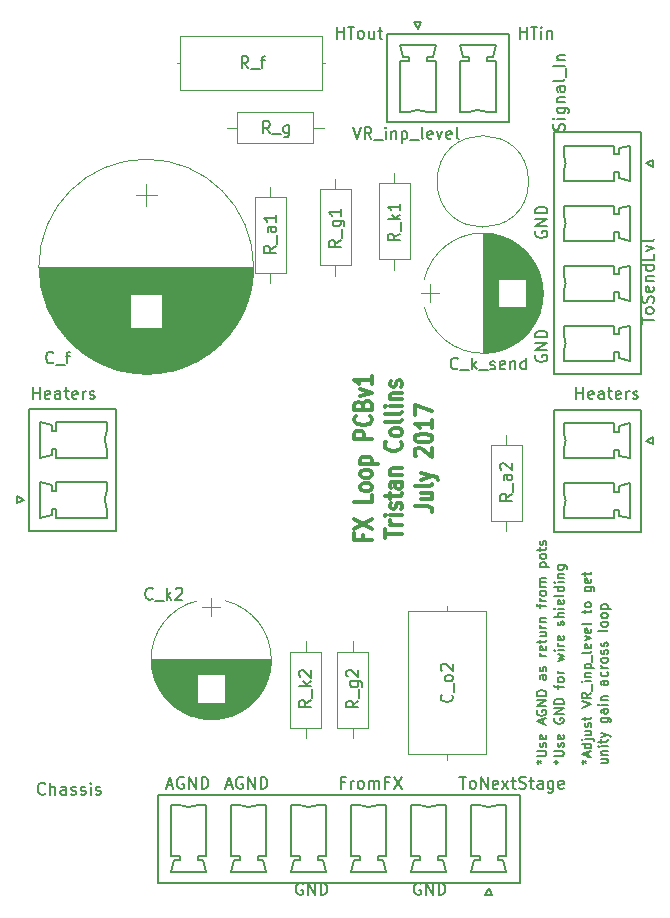
<source format=gbr>
G04 #@! TF.FileFunction,Legend,Top*
%FSLAX46Y46*%
G04 Gerber Fmt 4.6, Leading zero omitted, Abs format (unit mm)*
G04 Created by KiCad (PCBNEW 4.0.6) date Friday, 28 July 2017 'PMt' 19:46:46*
%MOMM*%
%LPD*%
G01*
G04 APERTURE LIST*
%ADD10C,0.100000*%
%ADD11C,0.200000*%
%ADD12C,0.300000*%
%ADD13C,0.120000*%
%ADD14C,0.150000*%
G04 APERTURE END LIST*
D10*
D11*
X196976191Y-77452381D02*
X196642857Y-76976190D01*
X196404762Y-77452381D02*
X196404762Y-76452381D01*
X196785715Y-76452381D01*
X196880953Y-76500000D01*
X196928572Y-76547619D01*
X196976191Y-76642857D01*
X196976191Y-76785714D01*
X196928572Y-76880952D01*
X196880953Y-76928571D01*
X196785715Y-76976190D01*
X196404762Y-76976190D01*
X197166667Y-77547619D02*
X197928572Y-77547619D01*
X198595239Y-76785714D02*
X198595239Y-77595238D01*
X198547620Y-77690476D01*
X198500001Y-77738095D01*
X198404762Y-77785714D01*
X198261905Y-77785714D01*
X198166667Y-77738095D01*
X198595239Y-77404762D02*
X198500001Y-77452381D01*
X198309524Y-77452381D01*
X198214286Y-77404762D01*
X198166667Y-77357143D01*
X198119048Y-77261905D01*
X198119048Y-76976190D01*
X198166667Y-76880952D01*
X198214286Y-76833333D01*
X198309524Y-76785714D01*
X198500001Y-76785714D01*
X198595239Y-76833333D01*
X223361905Y-130695238D02*
X223552381Y-130695238D01*
X223476190Y-130885714D02*
X223552381Y-130695238D01*
X223476190Y-130504762D01*
X223704762Y-130809524D02*
X223552381Y-130695238D01*
X223704762Y-130580952D01*
X223933333Y-130238095D02*
X223933333Y-129857143D01*
X224161905Y-130314286D02*
X223361905Y-130047619D01*
X224161905Y-129780952D01*
X224161905Y-129171429D02*
X223361905Y-129171429D01*
X224123810Y-129171429D02*
X224161905Y-129247619D01*
X224161905Y-129400000D01*
X224123810Y-129476191D01*
X224085714Y-129514286D01*
X224009524Y-129552381D01*
X223780952Y-129552381D01*
X223704762Y-129514286D01*
X223666667Y-129476191D01*
X223628571Y-129400000D01*
X223628571Y-129247619D01*
X223666667Y-129171429D01*
X223628571Y-128790476D02*
X224314286Y-128790476D01*
X224390476Y-128828571D01*
X224428571Y-128904762D01*
X224428571Y-128942857D01*
X223361905Y-128790476D02*
X223400000Y-128828571D01*
X223438095Y-128790476D01*
X223400000Y-128752381D01*
X223361905Y-128790476D01*
X223438095Y-128790476D01*
X223628571Y-128066667D02*
X224161905Y-128066667D01*
X223628571Y-128409524D02*
X224047619Y-128409524D01*
X224123810Y-128371429D01*
X224161905Y-128295238D01*
X224161905Y-128180952D01*
X224123810Y-128104762D01*
X224085714Y-128066667D01*
X224123810Y-127723809D02*
X224161905Y-127647619D01*
X224161905Y-127495238D01*
X224123810Y-127419047D01*
X224047619Y-127380952D01*
X224009524Y-127380952D01*
X223933333Y-127419047D01*
X223895238Y-127495238D01*
X223895238Y-127609523D01*
X223857143Y-127685714D01*
X223780952Y-127723809D01*
X223742857Y-127723809D01*
X223666667Y-127685714D01*
X223628571Y-127609523D01*
X223628571Y-127495238D01*
X223666667Y-127419047D01*
X223628571Y-127152381D02*
X223628571Y-126847619D01*
X223361905Y-127038095D02*
X224047619Y-127038095D01*
X224123810Y-127000000D01*
X224161905Y-126923809D01*
X224161905Y-126847619D01*
X223361905Y-126085714D02*
X224161905Y-125819047D01*
X223361905Y-125552380D01*
X224161905Y-124828571D02*
X223780952Y-125095238D01*
X224161905Y-125285714D02*
X223361905Y-125285714D01*
X223361905Y-124980952D01*
X223400000Y-124904761D01*
X223438095Y-124866666D01*
X223514286Y-124828571D01*
X223628571Y-124828571D01*
X223704762Y-124866666D01*
X223742857Y-124904761D01*
X223780952Y-124980952D01*
X223780952Y-125285714D01*
X224238095Y-124676190D02*
X224238095Y-124066666D01*
X224161905Y-123876190D02*
X223628571Y-123876190D01*
X223361905Y-123876190D02*
X223400000Y-123914285D01*
X223438095Y-123876190D01*
X223400000Y-123838095D01*
X223361905Y-123876190D01*
X223438095Y-123876190D01*
X223628571Y-123495238D02*
X224161905Y-123495238D01*
X223704762Y-123495238D02*
X223666667Y-123457143D01*
X223628571Y-123380952D01*
X223628571Y-123266666D01*
X223666667Y-123190476D01*
X223742857Y-123152381D01*
X224161905Y-123152381D01*
X223628571Y-122771428D02*
X224428571Y-122771428D01*
X223666667Y-122771428D02*
X223628571Y-122695237D01*
X223628571Y-122542856D01*
X223666667Y-122466666D01*
X223704762Y-122428571D01*
X223780952Y-122390475D01*
X224009524Y-122390475D01*
X224085714Y-122428571D01*
X224123810Y-122466666D01*
X224161905Y-122542856D01*
X224161905Y-122695237D01*
X224123810Y-122771428D01*
X224238095Y-122238094D02*
X224238095Y-121628570D01*
X224161905Y-121323808D02*
X224123810Y-121399999D01*
X224047619Y-121438094D01*
X223361905Y-121438094D01*
X224123810Y-120714284D02*
X224161905Y-120790474D01*
X224161905Y-120942855D01*
X224123810Y-121019046D01*
X224047619Y-121057141D01*
X223742857Y-121057141D01*
X223666667Y-121019046D01*
X223628571Y-120942855D01*
X223628571Y-120790474D01*
X223666667Y-120714284D01*
X223742857Y-120676189D01*
X223819048Y-120676189D01*
X223895238Y-121057141D01*
X223628571Y-120409522D02*
X224161905Y-120219046D01*
X223628571Y-120028570D01*
X224123810Y-119419046D02*
X224161905Y-119495236D01*
X224161905Y-119647617D01*
X224123810Y-119723808D01*
X224047619Y-119761903D01*
X223742857Y-119761903D01*
X223666667Y-119723808D01*
X223628571Y-119647617D01*
X223628571Y-119495236D01*
X223666667Y-119419046D01*
X223742857Y-119380951D01*
X223819048Y-119380951D01*
X223895238Y-119761903D01*
X224161905Y-118923808D02*
X224123810Y-118999999D01*
X224047619Y-119038094D01*
X223361905Y-119038094D01*
X223628571Y-118123808D02*
X223628571Y-117819046D01*
X223361905Y-118009522D02*
X224047619Y-118009522D01*
X224123810Y-117971427D01*
X224161905Y-117895236D01*
X224161905Y-117819046D01*
X224161905Y-117438093D02*
X224123810Y-117514284D01*
X224085714Y-117552379D01*
X224009524Y-117590474D01*
X223780952Y-117590474D01*
X223704762Y-117552379D01*
X223666667Y-117514284D01*
X223628571Y-117438093D01*
X223628571Y-117323807D01*
X223666667Y-117247617D01*
X223704762Y-117209522D01*
X223780952Y-117171426D01*
X224009524Y-117171426D01*
X224085714Y-117209522D01*
X224123810Y-117247617D01*
X224161905Y-117323807D01*
X224161905Y-117438093D01*
X223628571Y-115876188D02*
X224276190Y-115876188D01*
X224352381Y-115914283D01*
X224390476Y-115952378D01*
X224428571Y-116028569D01*
X224428571Y-116142854D01*
X224390476Y-116219045D01*
X224123810Y-115876188D02*
X224161905Y-115952378D01*
X224161905Y-116104759D01*
X224123810Y-116180950D01*
X224085714Y-116219045D01*
X224009524Y-116257140D01*
X223780952Y-116257140D01*
X223704762Y-116219045D01*
X223666667Y-116180950D01*
X223628571Y-116104759D01*
X223628571Y-115952378D01*
X223666667Y-115876188D01*
X224123810Y-115190473D02*
X224161905Y-115266663D01*
X224161905Y-115419044D01*
X224123810Y-115495235D01*
X224047619Y-115533330D01*
X223742857Y-115533330D01*
X223666667Y-115495235D01*
X223628571Y-115419044D01*
X223628571Y-115266663D01*
X223666667Y-115190473D01*
X223742857Y-115152378D01*
X223819048Y-115152378D01*
X223895238Y-115533330D01*
X223628571Y-114923807D02*
X223628571Y-114619045D01*
X223361905Y-114809521D02*
X224047619Y-114809521D01*
X224123810Y-114771426D01*
X224161905Y-114695235D01*
X224161905Y-114619045D01*
X225028571Y-130466667D02*
X225561905Y-130466667D01*
X225028571Y-130809524D02*
X225447619Y-130809524D01*
X225523810Y-130771429D01*
X225561905Y-130695238D01*
X225561905Y-130580952D01*
X225523810Y-130504762D01*
X225485714Y-130466667D01*
X225028571Y-130085714D02*
X225561905Y-130085714D01*
X225104762Y-130085714D02*
X225066667Y-130047619D01*
X225028571Y-129971428D01*
X225028571Y-129857142D01*
X225066667Y-129780952D01*
X225142857Y-129742857D01*
X225561905Y-129742857D01*
X225561905Y-129361904D02*
X225028571Y-129361904D01*
X224761905Y-129361904D02*
X224800000Y-129399999D01*
X224838095Y-129361904D01*
X224800000Y-129323809D01*
X224761905Y-129361904D01*
X224838095Y-129361904D01*
X225028571Y-129095238D02*
X225028571Y-128790476D01*
X224761905Y-128980952D02*
X225447619Y-128980952D01*
X225523810Y-128942857D01*
X225561905Y-128866666D01*
X225561905Y-128790476D01*
X225028571Y-128599999D02*
X225561905Y-128409523D01*
X225028571Y-128219047D02*
X225561905Y-128409523D01*
X225752381Y-128485714D01*
X225790476Y-128523809D01*
X225828571Y-128599999D01*
X225028571Y-126961904D02*
X225676190Y-126961904D01*
X225752381Y-126999999D01*
X225790476Y-127038094D01*
X225828571Y-127114285D01*
X225828571Y-127228570D01*
X225790476Y-127304761D01*
X225523810Y-126961904D02*
X225561905Y-127038094D01*
X225561905Y-127190475D01*
X225523810Y-127266666D01*
X225485714Y-127304761D01*
X225409524Y-127342856D01*
X225180952Y-127342856D01*
X225104762Y-127304761D01*
X225066667Y-127266666D01*
X225028571Y-127190475D01*
X225028571Y-127038094D01*
X225066667Y-126961904D01*
X225561905Y-126238094D02*
X225142857Y-126238094D01*
X225066667Y-126276189D01*
X225028571Y-126352379D01*
X225028571Y-126504760D01*
X225066667Y-126580951D01*
X225523810Y-126238094D02*
X225561905Y-126314284D01*
X225561905Y-126504760D01*
X225523810Y-126580951D01*
X225447619Y-126619046D01*
X225371429Y-126619046D01*
X225295238Y-126580951D01*
X225257143Y-126504760D01*
X225257143Y-126314284D01*
X225219048Y-126238094D01*
X225561905Y-125857141D02*
X225028571Y-125857141D01*
X224761905Y-125857141D02*
X224800000Y-125895236D01*
X224838095Y-125857141D01*
X224800000Y-125819046D01*
X224761905Y-125857141D01*
X224838095Y-125857141D01*
X225028571Y-125476189D02*
X225561905Y-125476189D01*
X225104762Y-125476189D02*
X225066667Y-125438094D01*
X225028571Y-125361903D01*
X225028571Y-125247617D01*
X225066667Y-125171427D01*
X225142857Y-125133332D01*
X225561905Y-125133332D01*
X225561905Y-123799998D02*
X225142857Y-123799998D01*
X225066667Y-123838093D01*
X225028571Y-123914283D01*
X225028571Y-124066664D01*
X225066667Y-124142855D01*
X225523810Y-123799998D02*
X225561905Y-123876188D01*
X225561905Y-124066664D01*
X225523810Y-124142855D01*
X225447619Y-124180950D01*
X225371429Y-124180950D01*
X225295238Y-124142855D01*
X225257143Y-124066664D01*
X225257143Y-123876188D01*
X225219048Y-123799998D01*
X225523810Y-123076188D02*
X225561905Y-123152378D01*
X225561905Y-123304759D01*
X225523810Y-123380950D01*
X225485714Y-123419045D01*
X225409524Y-123457140D01*
X225180952Y-123457140D01*
X225104762Y-123419045D01*
X225066667Y-123380950D01*
X225028571Y-123304759D01*
X225028571Y-123152378D01*
X225066667Y-123076188D01*
X225561905Y-122733331D02*
X225028571Y-122733331D01*
X225180952Y-122733331D02*
X225104762Y-122695236D01*
X225066667Y-122657140D01*
X225028571Y-122580950D01*
X225028571Y-122504759D01*
X225561905Y-122123807D02*
X225523810Y-122199998D01*
X225485714Y-122238093D01*
X225409524Y-122276188D01*
X225180952Y-122276188D01*
X225104762Y-122238093D01*
X225066667Y-122199998D01*
X225028571Y-122123807D01*
X225028571Y-122009521D01*
X225066667Y-121933331D01*
X225104762Y-121895236D01*
X225180952Y-121857140D01*
X225409524Y-121857140D01*
X225485714Y-121895236D01*
X225523810Y-121933331D01*
X225561905Y-122009521D01*
X225561905Y-122123807D01*
X225523810Y-121552378D02*
X225561905Y-121476188D01*
X225561905Y-121323807D01*
X225523810Y-121247616D01*
X225447619Y-121209521D01*
X225409524Y-121209521D01*
X225333333Y-121247616D01*
X225295238Y-121323807D01*
X225295238Y-121438092D01*
X225257143Y-121514283D01*
X225180952Y-121552378D01*
X225142857Y-121552378D01*
X225066667Y-121514283D01*
X225028571Y-121438092D01*
X225028571Y-121323807D01*
X225066667Y-121247616D01*
X225523810Y-120904759D02*
X225561905Y-120828569D01*
X225561905Y-120676188D01*
X225523810Y-120599997D01*
X225447619Y-120561902D01*
X225409524Y-120561902D01*
X225333333Y-120599997D01*
X225295238Y-120676188D01*
X225295238Y-120790473D01*
X225257143Y-120866664D01*
X225180952Y-120904759D01*
X225142857Y-120904759D01*
X225066667Y-120866664D01*
X225028571Y-120790473D01*
X225028571Y-120676188D01*
X225066667Y-120599997D01*
X225561905Y-119495235D02*
X225523810Y-119571426D01*
X225447619Y-119609521D01*
X224761905Y-119609521D01*
X225561905Y-119076187D02*
X225523810Y-119152378D01*
X225485714Y-119190473D01*
X225409524Y-119228568D01*
X225180952Y-119228568D01*
X225104762Y-119190473D01*
X225066667Y-119152378D01*
X225028571Y-119076187D01*
X225028571Y-118961901D01*
X225066667Y-118885711D01*
X225104762Y-118847616D01*
X225180952Y-118809520D01*
X225409524Y-118809520D01*
X225485714Y-118847616D01*
X225523810Y-118885711D01*
X225561905Y-118961901D01*
X225561905Y-119076187D01*
X225561905Y-118352377D02*
X225523810Y-118428568D01*
X225485714Y-118466663D01*
X225409524Y-118504758D01*
X225180952Y-118504758D01*
X225104762Y-118466663D01*
X225066667Y-118428568D01*
X225028571Y-118352377D01*
X225028571Y-118238091D01*
X225066667Y-118161901D01*
X225104762Y-118123806D01*
X225180952Y-118085710D01*
X225409524Y-118085710D01*
X225485714Y-118123806D01*
X225523810Y-118161901D01*
X225561905Y-118238091D01*
X225561905Y-118352377D01*
X225028571Y-117742853D02*
X225828571Y-117742853D01*
X225066667Y-117742853D02*
X225028571Y-117666662D01*
X225028571Y-117514281D01*
X225066667Y-117438091D01*
X225104762Y-117399996D01*
X225180952Y-117361900D01*
X225409524Y-117361900D01*
X225485714Y-117399996D01*
X225523810Y-117438091D01*
X225561905Y-117514281D01*
X225561905Y-117666662D01*
X225523810Y-117742853D01*
X197452381Y-87000000D02*
X196976190Y-87333334D01*
X197452381Y-87571429D02*
X196452381Y-87571429D01*
X196452381Y-87190476D01*
X196500000Y-87095238D01*
X196547619Y-87047619D01*
X196642857Y-87000000D01*
X196785714Y-87000000D01*
X196880952Y-87047619D01*
X196928571Y-87095238D01*
X196976190Y-87190476D01*
X196976190Y-87571429D01*
X197547619Y-86809524D02*
X197547619Y-86047619D01*
X197452381Y-85380952D02*
X196928571Y-85380952D01*
X196833333Y-85428571D01*
X196785714Y-85523809D01*
X196785714Y-85714286D01*
X196833333Y-85809524D01*
X197404762Y-85380952D02*
X197452381Y-85476190D01*
X197452381Y-85714286D01*
X197404762Y-85809524D01*
X197309524Y-85857143D01*
X197214286Y-85857143D01*
X197119048Y-85809524D01*
X197071429Y-85714286D01*
X197071429Y-85476190D01*
X197023810Y-85380952D01*
X197452381Y-84380952D02*
X197452381Y-84952381D01*
X197452381Y-84666667D02*
X196452381Y-84666667D01*
X196595238Y-84761905D01*
X196690476Y-84857143D01*
X196738095Y-84952381D01*
X207952381Y-85952381D02*
X207476190Y-86285715D01*
X207952381Y-86523810D02*
X206952381Y-86523810D01*
X206952381Y-86142857D01*
X207000000Y-86047619D01*
X207047619Y-86000000D01*
X207142857Y-85952381D01*
X207285714Y-85952381D01*
X207380952Y-86000000D01*
X207428571Y-86047619D01*
X207476190Y-86142857D01*
X207476190Y-86523810D01*
X208047619Y-85761905D02*
X208047619Y-85000000D01*
X207952381Y-84761905D02*
X206952381Y-84761905D01*
X207571429Y-84666667D02*
X207952381Y-84380952D01*
X207285714Y-84380952D02*
X207666667Y-84761905D01*
X207952381Y-83428571D02*
X207952381Y-84000000D01*
X207952381Y-83714286D02*
X206952381Y-83714286D01*
X207095238Y-83809524D01*
X207190476Y-83904762D01*
X207238095Y-84000000D01*
X213023809Y-131952381D02*
X213595238Y-131952381D01*
X213309523Y-132952381D02*
X213309523Y-131952381D01*
X214071428Y-132952381D02*
X213976190Y-132904762D01*
X213928571Y-132857143D01*
X213880952Y-132761905D01*
X213880952Y-132476190D01*
X213928571Y-132380952D01*
X213976190Y-132333333D01*
X214071428Y-132285714D01*
X214214286Y-132285714D01*
X214309524Y-132333333D01*
X214357143Y-132380952D01*
X214404762Y-132476190D01*
X214404762Y-132761905D01*
X214357143Y-132857143D01*
X214309524Y-132904762D01*
X214214286Y-132952381D01*
X214071428Y-132952381D01*
X214833333Y-132952381D02*
X214833333Y-131952381D01*
X215404762Y-132952381D01*
X215404762Y-131952381D01*
X216261905Y-132904762D02*
X216166667Y-132952381D01*
X215976190Y-132952381D01*
X215880952Y-132904762D01*
X215833333Y-132809524D01*
X215833333Y-132428571D01*
X215880952Y-132333333D01*
X215976190Y-132285714D01*
X216166667Y-132285714D01*
X216261905Y-132333333D01*
X216309524Y-132428571D01*
X216309524Y-132523810D01*
X215833333Y-132619048D01*
X216642857Y-132952381D02*
X217166667Y-132285714D01*
X216642857Y-132285714D02*
X217166667Y-132952381D01*
X217404762Y-132285714D02*
X217785714Y-132285714D01*
X217547619Y-131952381D02*
X217547619Y-132809524D01*
X217595238Y-132904762D01*
X217690476Y-132952381D01*
X217785714Y-132952381D01*
X218071429Y-132904762D02*
X218214286Y-132952381D01*
X218452382Y-132952381D01*
X218547620Y-132904762D01*
X218595239Y-132857143D01*
X218642858Y-132761905D01*
X218642858Y-132666667D01*
X218595239Y-132571429D01*
X218547620Y-132523810D01*
X218452382Y-132476190D01*
X218261905Y-132428571D01*
X218166667Y-132380952D01*
X218119048Y-132333333D01*
X218071429Y-132238095D01*
X218071429Y-132142857D01*
X218119048Y-132047619D01*
X218166667Y-132000000D01*
X218261905Y-131952381D01*
X218500001Y-131952381D01*
X218642858Y-132000000D01*
X218928572Y-132285714D02*
X219309524Y-132285714D01*
X219071429Y-131952381D02*
X219071429Y-132809524D01*
X219119048Y-132904762D01*
X219214286Y-132952381D01*
X219309524Y-132952381D01*
X220071430Y-132952381D02*
X220071430Y-132428571D01*
X220023811Y-132333333D01*
X219928573Y-132285714D01*
X219738096Y-132285714D01*
X219642858Y-132333333D01*
X220071430Y-132904762D02*
X219976192Y-132952381D01*
X219738096Y-132952381D01*
X219642858Y-132904762D01*
X219595239Y-132809524D01*
X219595239Y-132714286D01*
X219642858Y-132619048D01*
X219738096Y-132571429D01*
X219976192Y-132571429D01*
X220071430Y-132523810D01*
X220976192Y-132285714D02*
X220976192Y-133095238D01*
X220928573Y-133190476D01*
X220880954Y-133238095D01*
X220785715Y-133285714D01*
X220642858Y-133285714D01*
X220547620Y-133238095D01*
X220976192Y-132904762D02*
X220880954Y-132952381D01*
X220690477Y-132952381D01*
X220595239Y-132904762D01*
X220547620Y-132857143D01*
X220500001Y-132761905D01*
X220500001Y-132476190D01*
X220547620Y-132380952D01*
X220595239Y-132333333D01*
X220690477Y-132285714D01*
X220880954Y-132285714D01*
X220976192Y-132333333D01*
X221833335Y-132904762D02*
X221738097Y-132952381D01*
X221547620Y-132952381D01*
X221452382Y-132904762D01*
X221404763Y-132809524D01*
X221404763Y-132428571D01*
X221452382Y-132333333D01*
X221547620Y-132285714D01*
X221738097Y-132285714D01*
X221833335Y-132333333D01*
X221880954Y-132428571D01*
X221880954Y-132523810D01*
X221404763Y-132619048D01*
X209738096Y-141000000D02*
X209642858Y-140952381D01*
X209500001Y-140952381D01*
X209357143Y-141000000D01*
X209261905Y-141095238D01*
X209214286Y-141190476D01*
X209166667Y-141380952D01*
X209166667Y-141523810D01*
X209214286Y-141714286D01*
X209261905Y-141809524D01*
X209357143Y-141904762D01*
X209500001Y-141952381D01*
X209595239Y-141952381D01*
X209738096Y-141904762D01*
X209785715Y-141857143D01*
X209785715Y-141523810D01*
X209595239Y-141523810D01*
X210214286Y-141952381D02*
X210214286Y-140952381D01*
X210785715Y-141952381D01*
X210785715Y-140952381D01*
X211261905Y-141952381D02*
X211261905Y-140952381D01*
X211500000Y-140952381D01*
X211642858Y-141000000D01*
X211738096Y-141095238D01*
X211785715Y-141190476D01*
X211833334Y-141380952D01*
X211833334Y-141523810D01*
X211785715Y-141714286D01*
X211738096Y-141809524D01*
X211642858Y-141904762D01*
X211500000Y-141952381D01*
X211261905Y-141952381D01*
X203309524Y-132428571D02*
X202976190Y-132428571D01*
X202976190Y-132952381D02*
X202976190Y-131952381D01*
X203452381Y-131952381D01*
X203833333Y-132952381D02*
X203833333Y-132285714D01*
X203833333Y-132476190D02*
X203880952Y-132380952D01*
X203928571Y-132333333D01*
X204023809Y-132285714D01*
X204119048Y-132285714D01*
X204595238Y-132952381D02*
X204500000Y-132904762D01*
X204452381Y-132857143D01*
X204404762Y-132761905D01*
X204404762Y-132476190D01*
X204452381Y-132380952D01*
X204500000Y-132333333D01*
X204595238Y-132285714D01*
X204738096Y-132285714D01*
X204833334Y-132333333D01*
X204880953Y-132380952D01*
X204928572Y-132476190D01*
X204928572Y-132761905D01*
X204880953Y-132857143D01*
X204833334Y-132904762D01*
X204738096Y-132952381D01*
X204595238Y-132952381D01*
X205357143Y-132952381D02*
X205357143Y-132285714D01*
X205357143Y-132380952D02*
X205404762Y-132333333D01*
X205500000Y-132285714D01*
X205642858Y-132285714D01*
X205738096Y-132333333D01*
X205785715Y-132428571D01*
X205785715Y-132952381D01*
X205785715Y-132428571D02*
X205833334Y-132333333D01*
X205928572Y-132285714D01*
X206071429Y-132285714D01*
X206166667Y-132333333D01*
X206214286Y-132428571D01*
X206214286Y-132952381D01*
X207023810Y-132428571D02*
X206690476Y-132428571D01*
X206690476Y-132952381D02*
X206690476Y-131952381D01*
X207166667Y-131952381D01*
X207452381Y-131952381D02*
X208119048Y-132952381D01*
X208119048Y-131952381D02*
X207452381Y-132952381D01*
X193238095Y-132666667D02*
X193714286Y-132666667D01*
X193142857Y-132952381D02*
X193476190Y-131952381D01*
X193809524Y-132952381D01*
X194666667Y-132000000D02*
X194571429Y-131952381D01*
X194428572Y-131952381D01*
X194285714Y-132000000D01*
X194190476Y-132095238D01*
X194142857Y-132190476D01*
X194095238Y-132380952D01*
X194095238Y-132523810D01*
X194142857Y-132714286D01*
X194190476Y-132809524D01*
X194285714Y-132904762D01*
X194428572Y-132952381D01*
X194523810Y-132952381D01*
X194666667Y-132904762D01*
X194714286Y-132857143D01*
X194714286Y-132523810D01*
X194523810Y-132523810D01*
X195142857Y-132952381D02*
X195142857Y-131952381D01*
X195714286Y-132952381D01*
X195714286Y-131952381D01*
X196190476Y-132952381D02*
X196190476Y-131952381D01*
X196428571Y-131952381D01*
X196571429Y-132000000D01*
X196666667Y-132095238D01*
X196714286Y-132190476D01*
X196761905Y-132380952D01*
X196761905Y-132523810D01*
X196714286Y-132714286D01*
X196666667Y-132809524D01*
X196571429Y-132904762D01*
X196428571Y-132952381D01*
X196190476Y-132952381D01*
X219500000Y-96261904D02*
X219452381Y-96357142D01*
X219452381Y-96499999D01*
X219500000Y-96642857D01*
X219595238Y-96738095D01*
X219690476Y-96785714D01*
X219880952Y-96833333D01*
X220023810Y-96833333D01*
X220214286Y-96785714D01*
X220309524Y-96738095D01*
X220404762Y-96642857D01*
X220452381Y-96499999D01*
X220452381Y-96404761D01*
X220404762Y-96261904D01*
X220357143Y-96214285D01*
X220023810Y-96214285D01*
X220023810Y-96404761D01*
X220452381Y-95785714D02*
X219452381Y-95785714D01*
X220452381Y-95214285D01*
X219452381Y-95214285D01*
X220452381Y-94738095D02*
X219452381Y-94738095D01*
X219452381Y-94500000D01*
X219500000Y-94357142D01*
X219595238Y-94261904D01*
X219690476Y-94214285D01*
X219880952Y-94166666D01*
X220023810Y-94166666D01*
X220214286Y-94214285D01*
X220309524Y-94261904D01*
X220404762Y-94357142D01*
X220452381Y-94500000D01*
X220452381Y-94738095D01*
X228452381Y-93595239D02*
X228452381Y-93023810D01*
X229452381Y-93309525D02*
X228452381Y-93309525D01*
X229452381Y-92547620D02*
X229404762Y-92642858D01*
X229357143Y-92690477D01*
X229261905Y-92738096D01*
X228976190Y-92738096D01*
X228880952Y-92690477D01*
X228833333Y-92642858D01*
X228785714Y-92547620D01*
X228785714Y-92404762D01*
X228833333Y-92309524D01*
X228880952Y-92261905D01*
X228976190Y-92214286D01*
X229261905Y-92214286D01*
X229357143Y-92261905D01*
X229404762Y-92309524D01*
X229452381Y-92404762D01*
X229452381Y-92547620D01*
X229404762Y-91833334D02*
X229452381Y-91690477D01*
X229452381Y-91452381D01*
X229404762Y-91357143D01*
X229357143Y-91309524D01*
X229261905Y-91261905D01*
X229166667Y-91261905D01*
X229071429Y-91309524D01*
X229023810Y-91357143D01*
X228976190Y-91452381D01*
X228928571Y-91642858D01*
X228880952Y-91738096D01*
X228833333Y-91785715D01*
X228738095Y-91833334D01*
X228642857Y-91833334D01*
X228547619Y-91785715D01*
X228500000Y-91738096D01*
X228452381Y-91642858D01*
X228452381Y-91404762D01*
X228500000Y-91261905D01*
X229404762Y-90452381D02*
X229452381Y-90547619D01*
X229452381Y-90738096D01*
X229404762Y-90833334D01*
X229309524Y-90880953D01*
X228928571Y-90880953D01*
X228833333Y-90833334D01*
X228785714Y-90738096D01*
X228785714Y-90547619D01*
X228833333Y-90452381D01*
X228928571Y-90404762D01*
X229023810Y-90404762D01*
X229119048Y-90880953D01*
X228785714Y-89976191D02*
X229452381Y-89976191D01*
X228880952Y-89976191D02*
X228833333Y-89928572D01*
X228785714Y-89833334D01*
X228785714Y-89690476D01*
X228833333Y-89595238D01*
X228928571Y-89547619D01*
X229452381Y-89547619D01*
X229452381Y-88642857D02*
X228452381Y-88642857D01*
X229404762Y-88642857D02*
X229452381Y-88738095D01*
X229452381Y-88928572D01*
X229404762Y-89023810D01*
X229357143Y-89071429D01*
X229261905Y-89119048D01*
X228976190Y-89119048D01*
X228880952Y-89071429D01*
X228833333Y-89023810D01*
X228785714Y-88928572D01*
X228785714Y-88738095D01*
X228833333Y-88642857D01*
X229452381Y-87690476D02*
X229452381Y-88166667D01*
X228452381Y-88166667D01*
X228785714Y-87452381D02*
X229452381Y-87214286D01*
X228785714Y-86976190D01*
X229452381Y-86452381D02*
X229404762Y-86547619D01*
X229309524Y-86595238D01*
X228452381Y-86595238D01*
X219500000Y-85761904D02*
X219452381Y-85857142D01*
X219452381Y-85999999D01*
X219500000Y-86142857D01*
X219595238Y-86238095D01*
X219690476Y-86285714D01*
X219880952Y-86333333D01*
X220023810Y-86333333D01*
X220214286Y-86285714D01*
X220309524Y-86238095D01*
X220404762Y-86142857D01*
X220452381Y-85999999D01*
X220452381Y-85904761D01*
X220404762Y-85761904D01*
X220357143Y-85714285D01*
X220023810Y-85714285D01*
X220023810Y-85904761D01*
X220452381Y-85285714D02*
X219452381Y-85285714D01*
X220452381Y-84714285D01*
X219452381Y-84714285D01*
X220452381Y-84238095D02*
X219452381Y-84238095D01*
X219452381Y-84000000D01*
X219500000Y-83857142D01*
X219595238Y-83761904D01*
X219690476Y-83714285D01*
X219880952Y-83666666D01*
X220023810Y-83666666D01*
X220214286Y-83714285D01*
X220309524Y-83761904D01*
X220404762Y-83857142D01*
X220452381Y-84000000D01*
X220452381Y-84238095D01*
X219561905Y-130695238D02*
X219752381Y-130695238D01*
X219676190Y-130885714D02*
X219752381Y-130695238D01*
X219676190Y-130504762D01*
X219904762Y-130809524D02*
X219752381Y-130695238D01*
X219904762Y-130580952D01*
X219561905Y-130200000D02*
X220209524Y-130200000D01*
X220285714Y-130161905D01*
X220323810Y-130123809D01*
X220361905Y-130047619D01*
X220361905Y-129895238D01*
X220323810Y-129819047D01*
X220285714Y-129780952D01*
X220209524Y-129742857D01*
X219561905Y-129742857D01*
X220323810Y-129400000D02*
X220361905Y-129323810D01*
X220361905Y-129171429D01*
X220323810Y-129095238D01*
X220247619Y-129057143D01*
X220209524Y-129057143D01*
X220133333Y-129095238D01*
X220095238Y-129171429D01*
X220095238Y-129285714D01*
X220057143Y-129361905D01*
X219980952Y-129400000D01*
X219942857Y-129400000D01*
X219866667Y-129361905D01*
X219828571Y-129285714D01*
X219828571Y-129171429D01*
X219866667Y-129095238D01*
X220323810Y-128409524D02*
X220361905Y-128485714D01*
X220361905Y-128638095D01*
X220323810Y-128714286D01*
X220247619Y-128752381D01*
X219942857Y-128752381D01*
X219866667Y-128714286D01*
X219828571Y-128638095D01*
X219828571Y-128485714D01*
X219866667Y-128409524D01*
X219942857Y-128371429D01*
X220019048Y-128371429D01*
X220095238Y-128752381D01*
X220133333Y-127457143D02*
X220133333Y-127076191D01*
X220361905Y-127533334D02*
X219561905Y-127266667D01*
X220361905Y-127000000D01*
X219600000Y-126314286D02*
X219561905Y-126390477D01*
X219561905Y-126504762D01*
X219600000Y-126619048D01*
X219676190Y-126695239D01*
X219752381Y-126733334D01*
X219904762Y-126771429D01*
X220019048Y-126771429D01*
X220171429Y-126733334D01*
X220247619Y-126695239D01*
X220323810Y-126619048D01*
X220361905Y-126504762D01*
X220361905Y-126428572D01*
X220323810Y-126314286D01*
X220285714Y-126276191D01*
X220019048Y-126276191D01*
X220019048Y-126428572D01*
X220361905Y-125933334D02*
X219561905Y-125933334D01*
X220361905Y-125476191D01*
X219561905Y-125476191D01*
X220361905Y-125095239D02*
X219561905Y-125095239D01*
X219561905Y-124904763D01*
X219600000Y-124790477D01*
X219676190Y-124714286D01*
X219752381Y-124676191D01*
X219904762Y-124638096D01*
X220019048Y-124638096D01*
X220171429Y-124676191D01*
X220247619Y-124714286D01*
X220323810Y-124790477D01*
X220361905Y-124904763D01*
X220361905Y-125095239D01*
X220361905Y-123342858D02*
X219942857Y-123342858D01*
X219866667Y-123380953D01*
X219828571Y-123457143D01*
X219828571Y-123609524D01*
X219866667Y-123685715D01*
X220323810Y-123342858D02*
X220361905Y-123419048D01*
X220361905Y-123609524D01*
X220323810Y-123685715D01*
X220247619Y-123723810D01*
X220171429Y-123723810D01*
X220095238Y-123685715D01*
X220057143Y-123609524D01*
X220057143Y-123419048D01*
X220019048Y-123342858D01*
X220323810Y-123000000D02*
X220361905Y-122923810D01*
X220361905Y-122771429D01*
X220323810Y-122695238D01*
X220247619Y-122657143D01*
X220209524Y-122657143D01*
X220133333Y-122695238D01*
X220095238Y-122771429D01*
X220095238Y-122885714D01*
X220057143Y-122961905D01*
X219980952Y-123000000D01*
X219942857Y-123000000D01*
X219866667Y-122961905D01*
X219828571Y-122885714D01*
X219828571Y-122771429D01*
X219866667Y-122695238D01*
X220361905Y-121704762D02*
X219828571Y-121704762D01*
X219980952Y-121704762D02*
X219904762Y-121666667D01*
X219866667Y-121628571D01*
X219828571Y-121552381D01*
X219828571Y-121476190D01*
X220323810Y-120904762D02*
X220361905Y-120980952D01*
X220361905Y-121133333D01*
X220323810Y-121209524D01*
X220247619Y-121247619D01*
X219942857Y-121247619D01*
X219866667Y-121209524D01*
X219828571Y-121133333D01*
X219828571Y-120980952D01*
X219866667Y-120904762D01*
X219942857Y-120866667D01*
X220019048Y-120866667D01*
X220095238Y-121247619D01*
X219828571Y-120638096D02*
X219828571Y-120333334D01*
X219561905Y-120523810D02*
X220247619Y-120523810D01*
X220323810Y-120485715D01*
X220361905Y-120409524D01*
X220361905Y-120333334D01*
X219828571Y-119723810D02*
X220361905Y-119723810D01*
X219828571Y-120066667D02*
X220247619Y-120066667D01*
X220323810Y-120028572D01*
X220361905Y-119952381D01*
X220361905Y-119838095D01*
X220323810Y-119761905D01*
X220285714Y-119723810D01*
X220361905Y-119342857D02*
X219828571Y-119342857D01*
X219980952Y-119342857D02*
X219904762Y-119304762D01*
X219866667Y-119266666D01*
X219828571Y-119190476D01*
X219828571Y-119114285D01*
X219828571Y-118847619D02*
X220361905Y-118847619D01*
X219904762Y-118847619D02*
X219866667Y-118809524D01*
X219828571Y-118733333D01*
X219828571Y-118619047D01*
X219866667Y-118542857D01*
X219942857Y-118504762D01*
X220361905Y-118504762D01*
X219828571Y-117628571D02*
X219828571Y-117323809D01*
X220361905Y-117514285D02*
X219676190Y-117514285D01*
X219600000Y-117476190D01*
X219561905Y-117399999D01*
X219561905Y-117323809D01*
X220361905Y-117057142D02*
X219828571Y-117057142D01*
X219980952Y-117057142D02*
X219904762Y-117019047D01*
X219866667Y-116980951D01*
X219828571Y-116904761D01*
X219828571Y-116828570D01*
X220361905Y-116447618D02*
X220323810Y-116523809D01*
X220285714Y-116561904D01*
X220209524Y-116599999D01*
X219980952Y-116599999D01*
X219904762Y-116561904D01*
X219866667Y-116523809D01*
X219828571Y-116447618D01*
X219828571Y-116333332D01*
X219866667Y-116257142D01*
X219904762Y-116219047D01*
X219980952Y-116180951D01*
X220209524Y-116180951D01*
X220285714Y-116219047D01*
X220323810Y-116257142D01*
X220361905Y-116333332D01*
X220361905Y-116447618D01*
X220361905Y-115838094D02*
X219828571Y-115838094D01*
X219904762Y-115838094D02*
X219866667Y-115799999D01*
X219828571Y-115723808D01*
X219828571Y-115609522D01*
X219866667Y-115533332D01*
X219942857Y-115495237D01*
X220361905Y-115495237D01*
X219942857Y-115495237D02*
X219866667Y-115457141D01*
X219828571Y-115380951D01*
X219828571Y-115266665D01*
X219866667Y-115190475D01*
X219942857Y-115152380D01*
X220361905Y-115152380D01*
X219828571Y-114161903D02*
X220628571Y-114161903D01*
X219866667Y-114161903D02*
X219828571Y-114085712D01*
X219828571Y-113933331D01*
X219866667Y-113857141D01*
X219904762Y-113819046D01*
X219980952Y-113780950D01*
X220209524Y-113780950D01*
X220285714Y-113819046D01*
X220323810Y-113857141D01*
X220361905Y-113933331D01*
X220361905Y-114085712D01*
X220323810Y-114161903D01*
X220361905Y-113323807D02*
X220323810Y-113399998D01*
X220285714Y-113438093D01*
X220209524Y-113476188D01*
X219980952Y-113476188D01*
X219904762Y-113438093D01*
X219866667Y-113399998D01*
X219828571Y-113323807D01*
X219828571Y-113209521D01*
X219866667Y-113133331D01*
X219904762Y-113095236D01*
X219980952Y-113057140D01*
X220209524Y-113057140D01*
X220285714Y-113095236D01*
X220323810Y-113133331D01*
X220361905Y-113209521D01*
X220361905Y-113323807D01*
X219828571Y-112828569D02*
X219828571Y-112523807D01*
X219561905Y-112714283D02*
X220247619Y-112714283D01*
X220323810Y-112676188D01*
X220361905Y-112599997D01*
X220361905Y-112523807D01*
X220323810Y-112295235D02*
X220361905Y-112219045D01*
X220361905Y-112066664D01*
X220323810Y-111990473D01*
X220247619Y-111952378D01*
X220209524Y-111952378D01*
X220133333Y-111990473D01*
X220095238Y-112066664D01*
X220095238Y-112180949D01*
X220057143Y-112257140D01*
X219980952Y-112295235D01*
X219942857Y-112295235D01*
X219866667Y-112257140D01*
X219828571Y-112180949D01*
X219828571Y-112066664D01*
X219866667Y-111990473D01*
X218142857Y-69452381D02*
X218142857Y-68452381D01*
X218142857Y-68928571D02*
X218714286Y-68928571D01*
X218714286Y-69452381D02*
X218714286Y-68452381D01*
X219047619Y-68452381D02*
X219619048Y-68452381D01*
X219333333Y-69452381D02*
X219333333Y-68452381D01*
X219952381Y-69452381D02*
X219952381Y-68785714D01*
X219952381Y-68452381D02*
X219904762Y-68500000D01*
X219952381Y-68547619D01*
X220000000Y-68500000D01*
X219952381Y-68452381D01*
X219952381Y-68547619D01*
X220428571Y-68785714D02*
X220428571Y-69452381D01*
X220428571Y-68880952D02*
X220476190Y-68833333D01*
X220571428Y-68785714D01*
X220714286Y-68785714D01*
X220809524Y-68833333D01*
X220857143Y-68928571D01*
X220857143Y-69452381D01*
X221061905Y-130695238D02*
X221252381Y-130695238D01*
X221176190Y-130885714D02*
X221252381Y-130695238D01*
X221176190Y-130504762D01*
X221404762Y-130809524D02*
X221252381Y-130695238D01*
X221404762Y-130580952D01*
X221061905Y-130200000D02*
X221709524Y-130200000D01*
X221785714Y-130161905D01*
X221823810Y-130123809D01*
X221861905Y-130047619D01*
X221861905Y-129895238D01*
X221823810Y-129819047D01*
X221785714Y-129780952D01*
X221709524Y-129742857D01*
X221061905Y-129742857D01*
X221823810Y-129400000D02*
X221861905Y-129323810D01*
X221861905Y-129171429D01*
X221823810Y-129095238D01*
X221747619Y-129057143D01*
X221709524Y-129057143D01*
X221633333Y-129095238D01*
X221595238Y-129171429D01*
X221595238Y-129285714D01*
X221557143Y-129361905D01*
X221480952Y-129400000D01*
X221442857Y-129400000D01*
X221366667Y-129361905D01*
X221328571Y-129285714D01*
X221328571Y-129171429D01*
X221366667Y-129095238D01*
X221823810Y-128409524D02*
X221861905Y-128485714D01*
X221861905Y-128638095D01*
X221823810Y-128714286D01*
X221747619Y-128752381D01*
X221442857Y-128752381D01*
X221366667Y-128714286D01*
X221328571Y-128638095D01*
X221328571Y-128485714D01*
X221366667Y-128409524D01*
X221442857Y-128371429D01*
X221519048Y-128371429D01*
X221595238Y-128752381D01*
X221100000Y-127000000D02*
X221061905Y-127076191D01*
X221061905Y-127190476D01*
X221100000Y-127304762D01*
X221176190Y-127380953D01*
X221252381Y-127419048D01*
X221404762Y-127457143D01*
X221519048Y-127457143D01*
X221671429Y-127419048D01*
X221747619Y-127380953D01*
X221823810Y-127304762D01*
X221861905Y-127190476D01*
X221861905Y-127114286D01*
X221823810Y-127000000D01*
X221785714Y-126961905D01*
X221519048Y-126961905D01*
X221519048Y-127114286D01*
X221861905Y-126619048D02*
X221061905Y-126619048D01*
X221861905Y-126161905D01*
X221061905Y-126161905D01*
X221861905Y-125780953D02*
X221061905Y-125780953D01*
X221061905Y-125590477D01*
X221100000Y-125476191D01*
X221176190Y-125400000D01*
X221252381Y-125361905D01*
X221404762Y-125323810D01*
X221519048Y-125323810D01*
X221671429Y-125361905D01*
X221747619Y-125400000D01*
X221823810Y-125476191D01*
X221861905Y-125590477D01*
X221861905Y-125780953D01*
X221328571Y-124485715D02*
X221328571Y-124180953D01*
X221861905Y-124371429D02*
X221176190Y-124371429D01*
X221100000Y-124333334D01*
X221061905Y-124257143D01*
X221061905Y-124180953D01*
X221861905Y-123800000D02*
X221823810Y-123876191D01*
X221785714Y-123914286D01*
X221709524Y-123952381D01*
X221480952Y-123952381D01*
X221404762Y-123914286D01*
X221366667Y-123876191D01*
X221328571Y-123800000D01*
X221328571Y-123685714D01*
X221366667Y-123609524D01*
X221404762Y-123571429D01*
X221480952Y-123533333D01*
X221709524Y-123533333D01*
X221785714Y-123571429D01*
X221823810Y-123609524D01*
X221861905Y-123685714D01*
X221861905Y-123800000D01*
X221861905Y-123190476D02*
X221328571Y-123190476D01*
X221480952Y-123190476D02*
X221404762Y-123152381D01*
X221366667Y-123114285D01*
X221328571Y-123038095D01*
X221328571Y-122961904D01*
X221328571Y-122161904D02*
X221861905Y-122009523D01*
X221480952Y-121857142D01*
X221861905Y-121704761D01*
X221328571Y-121552380D01*
X221861905Y-121247619D02*
X221328571Y-121247619D01*
X221061905Y-121247619D02*
X221100000Y-121285714D01*
X221138095Y-121247619D01*
X221100000Y-121209524D01*
X221061905Y-121247619D01*
X221138095Y-121247619D01*
X221861905Y-120866667D02*
X221328571Y-120866667D01*
X221480952Y-120866667D02*
X221404762Y-120828572D01*
X221366667Y-120790476D01*
X221328571Y-120714286D01*
X221328571Y-120638095D01*
X221823810Y-120066667D02*
X221861905Y-120142857D01*
X221861905Y-120295238D01*
X221823810Y-120371429D01*
X221747619Y-120409524D01*
X221442857Y-120409524D01*
X221366667Y-120371429D01*
X221328571Y-120295238D01*
X221328571Y-120142857D01*
X221366667Y-120066667D01*
X221442857Y-120028572D01*
X221519048Y-120028572D01*
X221595238Y-120409524D01*
X221823810Y-119114286D02*
X221861905Y-119038096D01*
X221861905Y-118885715D01*
X221823810Y-118809524D01*
X221747619Y-118771429D01*
X221709524Y-118771429D01*
X221633333Y-118809524D01*
X221595238Y-118885715D01*
X221595238Y-119000000D01*
X221557143Y-119076191D01*
X221480952Y-119114286D01*
X221442857Y-119114286D01*
X221366667Y-119076191D01*
X221328571Y-119000000D01*
X221328571Y-118885715D01*
X221366667Y-118809524D01*
X221861905Y-118428572D02*
X221061905Y-118428572D01*
X221861905Y-118085715D02*
X221442857Y-118085715D01*
X221366667Y-118123810D01*
X221328571Y-118200000D01*
X221328571Y-118314286D01*
X221366667Y-118390477D01*
X221404762Y-118428572D01*
X221861905Y-117704762D02*
X221328571Y-117704762D01*
X221061905Y-117704762D02*
X221100000Y-117742857D01*
X221138095Y-117704762D01*
X221100000Y-117666667D01*
X221061905Y-117704762D01*
X221138095Y-117704762D01*
X221823810Y-117019048D02*
X221861905Y-117095238D01*
X221861905Y-117247619D01*
X221823810Y-117323810D01*
X221747619Y-117361905D01*
X221442857Y-117361905D01*
X221366667Y-117323810D01*
X221328571Y-117247619D01*
X221328571Y-117095238D01*
X221366667Y-117019048D01*
X221442857Y-116980953D01*
X221519048Y-116980953D01*
X221595238Y-117361905D01*
X221861905Y-116523810D02*
X221823810Y-116600001D01*
X221747619Y-116638096D01*
X221061905Y-116638096D01*
X221861905Y-115876191D02*
X221061905Y-115876191D01*
X221823810Y-115876191D02*
X221861905Y-115952381D01*
X221861905Y-116104762D01*
X221823810Y-116180953D01*
X221785714Y-116219048D01*
X221709524Y-116257143D01*
X221480952Y-116257143D01*
X221404762Y-116219048D01*
X221366667Y-116180953D01*
X221328571Y-116104762D01*
X221328571Y-115952381D01*
X221366667Y-115876191D01*
X221861905Y-115495238D02*
X221328571Y-115495238D01*
X221061905Y-115495238D02*
X221100000Y-115533333D01*
X221138095Y-115495238D01*
X221100000Y-115457143D01*
X221061905Y-115495238D01*
X221138095Y-115495238D01*
X221328571Y-115114286D02*
X221861905Y-115114286D01*
X221404762Y-115114286D02*
X221366667Y-115076191D01*
X221328571Y-115000000D01*
X221328571Y-114885714D01*
X221366667Y-114809524D01*
X221442857Y-114771429D01*
X221861905Y-114771429D01*
X221328571Y-114047619D02*
X221976190Y-114047619D01*
X222052381Y-114085714D01*
X222090476Y-114123809D01*
X222128571Y-114200000D01*
X222128571Y-114314285D01*
X222090476Y-114390476D01*
X221823810Y-114047619D02*
X221861905Y-114123809D01*
X221861905Y-114276190D01*
X221823810Y-114352381D01*
X221785714Y-114390476D01*
X221709524Y-114428571D01*
X221480952Y-114428571D01*
X221404762Y-114390476D01*
X221366667Y-114352381D01*
X221328571Y-114276190D01*
X221328571Y-114123809D01*
X221366667Y-114047619D01*
X217452381Y-108000000D02*
X216976190Y-108333334D01*
X217452381Y-108571429D02*
X216452381Y-108571429D01*
X216452381Y-108190476D01*
X216500000Y-108095238D01*
X216547619Y-108047619D01*
X216642857Y-108000000D01*
X216785714Y-108000000D01*
X216880952Y-108047619D01*
X216928571Y-108095238D01*
X216976190Y-108190476D01*
X216976190Y-108571429D01*
X217547619Y-107809524D02*
X217547619Y-107047619D01*
X217452381Y-106380952D02*
X216928571Y-106380952D01*
X216833333Y-106428571D01*
X216785714Y-106523809D01*
X216785714Y-106714286D01*
X216833333Y-106809524D01*
X217404762Y-106380952D02*
X217452381Y-106476190D01*
X217452381Y-106714286D01*
X217404762Y-106809524D01*
X217309524Y-106857143D01*
X217214286Y-106857143D01*
X217119048Y-106809524D01*
X217071429Y-106714286D01*
X217071429Y-106476190D01*
X217023810Y-106380952D01*
X216547619Y-105952381D02*
X216500000Y-105904762D01*
X216452381Y-105809524D01*
X216452381Y-105571428D01*
X216500000Y-105476190D01*
X216547619Y-105428571D01*
X216642857Y-105380952D01*
X216738095Y-105380952D01*
X216880952Y-105428571D01*
X217452381Y-106000000D01*
X217452381Y-105380952D01*
X177952381Y-133357143D02*
X177904762Y-133404762D01*
X177761905Y-133452381D01*
X177666667Y-133452381D01*
X177523809Y-133404762D01*
X177428571Y-133309524D01*
X177380952Y-133214286D01*
X177333333Y-133023810D01*
X177333333Y-132880952D01*
X177380952Y-132690476D01*
X177428571Y-132595238D01*
X177523809Y-132500000D01*
X177666667Y-132452381D01*
X177761905Y-132452381D01*
X177904762Y-132500000D01*
X177952381Y-132547619D01*
X178380952Y-133452381D02*
X178380952Y-132452381D01*
X178809524Y-133452381D02*
X178809524Y-132928571D01*
X178761905Y-132833333D01*
X178666667Y-132785714D01*
X178523809Y-132785714D01*
X178428571Y-132833333D01*
X178380952Y-132880952D01*
X179714286Y-133452381D02*
X179714286Y-132928571D01*
X179666667Y-132833333D01*
X179571429Y-132785714D01*
X179380952Y-132785714D01*
X179285714Y-132833333D01*
X179714286Y-133404762D02*
X179619048Y-133452381D01*
X179380952Y-133452381D01*
X179285714Y-133404762D01*
X179238095Y-133309524D01*
X179238095Y-133214286D01*
X179285714Y-133119048D01*
X179380952Y-133071429D01*
X179619048Y-133071429D01*
X179714286Y-133023810D01*
X180142857Y-133404762D02*
X180238095Y-133452381D01*
X180428571Y-133452381D01*
X180523810Y-133404762D01*
X180571429Y-133309524D01*
X180571429Y-133261905D01*
X180523810Y-133166667D01*
X180428571Y-133119048D01*
X180285714Y-133119048D01*
X180190476Y-133071429D01*
X180142857Y-132976190D01*
X180142857Y-132928571D01*
X180190476Y-132833333D01*
X180285714Y-132785714D01*
X180428571Y-132785714D01*
X180523810Y-132833333D01*
X180952381Y-133404762D02*
X181047619Y-133452381D01*
X181238095Y-133452381D01*
X181333334Y-133404762D01*
X181380953Y-133309524D01*
X181380953Y-133261905D01*
X181333334Y-133166667D01*
X181238095Y-133119048D01*
X181095238Y-133119048D01*
X181000000Y-133071429D01*
X180952381Y-132976190D01*
X180952381Y-132928571D01*
X181000000Y-132833333D01*
X181095238Y-132785714D01*
X181238095Y-132785714D01*
X181333334Y-132833333D01*
X181809524Y-133452381D02*
X181809524Y-132785714D01*
X181809524Y-132452381D02*
X181761905Y-132500000D01*
X181809524Y-132547619D01*
X181857143Y-132500000D01*
X181809524Y-132452381D01*
X181809524Y-132547619D01*
X182238095Y-133404762D02*
X182333333Y-133452381D01*
X182523809Y-133452381D01*
X182619048Y-133404762D01*
X182666667Y-133309524D01*
X182666667Y-133261905D01*
X182619048Y-133166667D01*
X182523809Y-133119048D01*
X182380952Y-133119048D01*
X182285714Y-133071429D01*
X182238095Y-132976190D01*
X182238095Y-132928571D01*
X182285714Y-132833333D01*
X182380952Y-132785714D01*
X182523809Y-132785714D01*
X182619048Y-132833333D01*
X195142857Y-71952381D02*
X194809523Y-71476190D01*
X194571428Y-71952381D02*
X194571428Y-70952381D01*
X194952381Y-70952381D01*
X195047619Y-71000000D01*
X195095238Y-71047619D01*
X195142857Y-71142857D01*
X195142857Y-71285714D01*
X195095238Y-71380952D01*
X195047619Y-71428571D01*
X194952381Y-71476190D01*
X194571428Y-71476190D01*
X195333333Y-72047619D02*
X196095238Y-72047619D01*
X196190476Y-71285714D02*
X196571428Y-71285714D01*
X196333333Y-71952381D02*
X196333333Y-71095238D01*
X196380952Y-71000000D01*
X196476190Y-70952381D01*
X196571428Y-70952381D01*
X178642857Y-96857143D02*
X178595238Y-96904762D01*
X178452381Y-96952381D01*
X178357143Y-96952381D01*
X178214285Y-96904762D01*
X178119047Y-96809524D01*
X178071428Y-96714286D01*
X178023809Y-96523810D01*
X178023809Y-96380952D01*
X178071428Y-96190476D01*
X178119047Y-96095238D01*
X178214285Y-96000000D01*
X178357143Y-95952381D01*
X178452381Y-95952381D01*
X178595238Y-96000000D01*
X178642857Y-96047619D01*
X178833333Y-97047619D02*
X179595238Y-97047619D01*
X179690476Y-96285714D02*
X180071428Y-96285714D01*
X179833333Y-96952381D02*
X179833333Y-96095238D01*
X179880952Y-96000000D01*
X179976190Y-95952381D01*
X180071428Y-95952381D01*
X203999999Y-76952381D02*
X204333332Y-77952381D01*
X204666666Y-76952381D01*
X205571428Y-77952381D02*
X205238094Y-77476190D01*
X204999999Y-77952381D02*
X204999999Y-76952381D01*
X205380952Y-76952381D01*
X205476190Y-77000000D01*
X205523809Y-77047619D01*
X205571428Y-77142857D01*
X205571428Y-77285714D01*
X205523809Y-77380952D01*
X205476190Y-77428571D01*
X205380952Y-77476190D01*
X204999999Y-77476190D01*
X205761904Y-78047619D02*
X206523809Y-78047619D01*
X206761904Y-77952381D02*
X206761904Y-77285714D01*
X206761904Y-76952381D02*
X206714285Y-77000000D01*
X206761904Y-77047619D01*
X206809523Y-77000000D01*
X206761904Y-76952381D01*
X206761904Y-77047619D01*
X207238094Y-77285714D02*
X207238094Y-77952381D01*
X207238094Y-77380952D02*
X207285713Y-77333333D01*
X207380951Y-77285714D01*
X207523809Y-77285714D01*
X207619047Y-77333333D01*
X207666666Y-77428571D01*
X207666666Y-77952381D01*
X208142856Y-77285714D02*
X208142856Y-78285714D01*
X208142856Y-77333333D02*
X208238094Y-77285714D01*
X208428571Y-77285714D01*
X208523809Y-77333333D01*
X208571428Y-77380952D01*
X208619047Y-77476190D01*
X208619047Y-77761905D01*
X208571428Y-77857143D01*
X208523809Y-77904762D01*
X208428571Y-77952381D01*
X208238094Y-77952381D01*
X208142856Y-77904762D01*
X208809523Y-78047619D02*
X209571428Y-78047619D01*
X209952380Y-77952381D02*
X209857142Y-77904762D01*
X209809523Y-77809524D01*
X209809523Y-76952381D01*
X210714286Y-77904762D02*
X210619048Y-77952381D01*
X210428571Y-77952381D01*
X210333333Y-77904762D01*
X210285714Y-77809524D01*
X210285714Y-77428571D01*
X210333333Y-77333333D01*
X210428571Y-77285714D01*
X210619048Y-77285714D01*
X210714286Y-77333333D01*
X210761905Y-77428571D01*
X210761905Y-77523810D01*
X210285714Y-77619048D01*
X211095238Y-77285714D02*
X211333333Y-77952381D01*
X211571429Y-77285714D01*
X212333334Y-77904762D02*
X212238096Y-77952381D01*
X212047619Y-77952381D01*
X211952381Y-77904762D01*
X211904762Y-77809524D01*
X211904762Y-77428571D01*
X211952381Y-77333333D01*
X212047619Y-77285714D01*
X212238096Y-77285714D01*
X212333334Y-77333333D01*
X212380953Y-77428571D01*
X212380953Y-77523810D01*
X211904762Y-77619048D01*
X212952381Y-77952381D02*
X212857143Y-77904762D01*
X212809524Y-77809524D01*
X212809524Y-76952381D01*
X212357143Y-125000000D02*
X212404762Y-125047619D01*
X212452381Y-125190476D01*
X212452381Y-125285714D01*
X212404762Y-125428572D01*
X212309524Y-125523810D01*
X212214286Y-125571429D01*
X212023810Y-125619048D01*
X211880952Y-125619048D01*
X211690476Y-125571429D01*
X211595238Y-125523810D01*
X211500000Y-125428572D01*
X211452381Y-125285714D01*
X211452381Y-125190476D01*
X211500000Y-125047619D01*
X211547619Y-125000000D01*
X212547619Y-124809524D02*
X212547619Y-124047619D01*
X212452381Y-123666667D02*
X212404762Y-123761905D01*
X212357143Y-123809524D01*
X212261905Y-123857143D01*
X211976190Y-123857143D01*
X211880952Y-123809524D01*
X211833333Y-123761905D01*
X211785714Y-123666667D01*
X211785714Y-123523809D01*
X211833333Y-123428571D01*
X211880952Y-123380952D01*
X211976190Y-123333333D01*
X212261905Y-123333333D01*
X212357143Y-123380952D01*
X212404762Y-123428571D01*
X212452381Y-123523809D01*
X212452381Y-123666667D01*
X211547619Y-122952381D02*
X211500000Y-122904762D01*
X211452381Y-122809524D01*
X211452381Y-122571428D01*
X211500000Y-122476190D01*
X211547619Y-122428571D01*
X211642857Y-122380952D01*
X211738095Y-122380952D01*
X211880952Y-122428571D01*
X212452381Y-123000000D01*
X212452381Y-122380952D01*
X200452381Y-125452381D02*
X199976190Y-125785715D01*
X200452381Y-126023810D02*
X199452381Y-126023810D01*
X199452381Y-125642857D01*
X199500000Y-125547619D01*
X199547619Y-125500000D01*
X199642857Y-125452381D01*
X199785714Y-125452381D01*
X199880952Y-125500000D01*
X199928571Y-125547619D01*
X199976190Y-125642857D01*
X199976190Y-126023810D01*
X200547619Y-125261905D02*
X200547619Y-124500000D01*
X200452381Y-124261905D02*
X199452381Y-124261905D01*
X200071429Y-124166667D02*
X200452381Y-123880952D01*
X199785714Y-123880952D02*
X200166667Y-124261905D01*
X199547619Y-123500000D02*
X199500000Y-123452381D01*
X199452381Y-123357143D01*
X199452381Y-123119047D01*
X199500000Y-123023809D01*
X199547619Y-122976190D01*
X199642857Y-122928571D01*
X199738095Y-122928571D01*
X199880952Y-122976190D01*
X200452381Y-123547619D01*
X200452381Y-122928571D01*
X212904762Y-97357143D02*
X212857143Y-97404762D01*
X212714286Y-97452381D01*
X212619048Y-97452381D01*
X212476190Y-97404762D01*
X212380952Y-97309524D01*
X212333333Y-97214286D01*
X212285714Y-97023810D01*
X212285714Y-96880952D01*
X212333333Y-96690476D01*
X212380952Y-96595238D01*
X212476190Y-96500000D01*
X212619048Y-96452381D01*
X212714286Y-96452381D01*
X212857143Y-96500000D01*
X212904762Y-96547619D01*
X213095238Y-97547619D02*
X213857143Y-97547619D01*
X214095238Y-97452381D02*
X214095238Y-96452381D01*
X214190476Y-97071429D02*
X214476191Y-97452381D01*
X214476191Y-96785714D02*
X214095238Y-97166667D01*
X214666667Y-97547619D02*
X215428572Y-97547619D01*
X215619048Y-97404762D02*
X215714286Y-97452381D01*
X215904762Y-97452381D01*
X216000001Y-97404762D01*
X216047620Y-97309524D01*
X216047620Y-97261905D01*
X216000001Y-97166667D01*
X215904762Y-97119048D01*
X215761905Y-97119048D01*
X215666667Y-97071429D01*
X215619048Y-96976190D01*
X215619048Y-96928571D01*
X215666667Y-96833333D01*
X215761905Y-96785714D01*
X215904762Y-96785714D01*
X216000001Y-96833333D01*
X216857144Y-97404762D02*
X216761906Y-97452381D01*
X216571429Y-97452381D01*
X216476191Y-97404762D01*
X216428572Y-97309524D01*
X216428572Y-96928571D01*
X216476191Y-96833333D01*
X216571429Y-96785714D01*
X216761906Y-96785714D01*
X216857144Y-96833333D01*
X216904763Y-96928571D01*
X216904763Y-97023810D01*
X216428572Y-97119048D01*
X217333334Y-96785714D02*
X217333334Y-97452381D01*
X217333334Y-96880952D02*
X217380953Y-96833333D01*
X217476191Y-96785714D01*
X217619049Y-96785714D01*
X217714287Y-96833333D01*
X217761906Y-96928571D01*
X217761906Y-97452381D01*
X218666668Y-97452381D02*
X218666668Y-96452381D01*
X218666668Y-97404762D02*
X218571430Y-97452381D01*
X218380953Y-97452381D01*
X218285715Y-97404762D01*
X218238096Y-97357143D01*
X218190477Y-97261905D01*
X218190477Y-96976190D01*
X218238096Y-96880952D01*
X218285715Y-96833333D01*
X218380953Y-96785714D01*
X218571430Y-96785714D01*
X218666668Y-96833333D01*
X187047619Y-116857143D02*
X187000000Y-116904762D01*
X186857143Y-116952381D01*
X186761905Y-116952381D01*
X186619047Y-116904762D01*
X186523809Y-116809524D01*
X186476190Y-116714286D01*
X186428571Y-116523810D01*
X186428571Y-116380952D01*
X186476190Y-116190476D01*
X186523809Y-116095238D01*
X186619047Y-116000000D01*
X186761905Y-115952381D01*
X186857143Y-115952381D01*
X187000000Y-116000000D01*
X187047619Y-116047619D01*
X187238095Y-117047619D02*
X188000000Y-117047619D01*
X188238095Y-116952381D02*
X188238095Y-115952381D01*
X188333333Y-116571429D02*
X188619048Y-116952381D01*
X188619048Y-116285714D02*
X188238095Y-116666667D01*
X189000000Y-116047619D02*
X189047619Y-116000000D01*
X189142857Y-115952381D01*
X189380953Y-115952381D01*
X189476191Y-116000000D01*
X189523810Y-116047619D01*
X189571429Y-116142857D01*
X189571429Y-116238095D01*
X189523810Y-116380952D01*
X188952381Y-116952381D01*
X189571429Y-116952381D01*
X204452381Y-125500000D02*
X203976190Y-125833334D01*
X204452381Y-126071429D02*
X203452381Y-126071429D01*
X203452381Y-125690476D01*
X203500000Y-125595238D01*
X203547619Y-125547619D01*
X203642857Y-125500000D01*
X203785714Y-125500000D01*
X203880952Y-125547619D01*
X203928571Y-125595238D01*
X203976190Y-125690476D01*
X203976190Y-126071429D01*
X204547619Y-125309524D02*
X204547619Y-124547619D01*
X203785714Y-123880952D02*
X204595238Y-123880952D01*
X204690476Y-123928571D01*
X204738095Y-123976190D01*
X204785714Y-124071429D01*
X204785714Y-124214286D01*
X204738095Y-124309524D01*
X204404762Y-123880952D02*
X204452381Y-123976190D01*
X204452381Y-124166667D01*
X204404762Y-124261905D01*
X204357143Y-124309524D01*
X204261905Y-124357143D01*
X203976190Y-124357143D01*
X203880952Y-124309524D01*
X203833333Y-124261905D01*
X203785714Y-124166667D01*
X203785714Y-123976190D01*
X203833333Y-123880952D01*
X203547619Y-123452381D02*
X203500000Y-123404762D01*
X203452381Y-123309524D01*
X203452381Y-123071428D01*
X203500000Y-122976190D01*
X203547619Y-122928571D01*
X203642857Y-122880952D01*
X203738095Y-122880952D01*
X203880952Y-122928571D01*
X204452381Y-123500000D01*
X204452381Y-122880952D01*
X202952381Y-86500000D02*
X202476190Y-86833334D01*
X202952381Y-87071429D02*
X201952381Y-87071429D01*
X201952381Y-86690476D01*
X202000000Y-86595238D01*
X202047619Y-86547619D01*
X202142857Y-86500000D01*
X202285714Y-86500000D01*
X202380952Y-86547619D01*
X202428571Y-86595238D01*
X202476190Y-86690476D01*
X202476190Y-87071429D01*
X203047619Y-86309524D02*
X203047619Y-85547619D01*
X202285714Y-84880952D02*
X203095238Y-84880952D01*
X203190476Y-84928571D01*
X203238095Y-84976190D01*
X203285714Y-85071429D01*
X203285714Y-85214286D01*
X203238095Y-85309524D01*
X202904762Y-84880952D02*
X202952381Y-84976190D01*
X202952381Y-85166667D01*
X202904762Y-85261905D01*
X202857143Y-85309524D01*
X202761905Y-85357143D01*
X202476190Y-85357143D01*
X202380952Y-85309524D01*
X202333333Y-85261905D01*
X202285714Y-85166667D01*
X202285714Y-84976190D01*
X202333333Y-84880952D01*
X202952381Y-83880952D02*
X202952381Y-84452381D01*
X202952381Y-84166667D02*
X201952381Y-84166667D01*
X202095238Y-84261905D01*
X202190476Y-84357143D01*
X202238095Y-84452381D01*
X222904761Y-99952381D02*
X222904761Y-98952381D01*
X222904761Y-99428571D02*
X223476190Y-99428571D01*
X223476190Y-99952381D02*
X223476190Y-98952381D01*
X224333333Y-99904762D02*
X224238095Y-99952381D01*
X224047618Y-99952381D01*
X223952380Y-99904762D01*
X223904761Y-99809524D01*
X223904761Y-99428571D01*
X223952380Y-99333333D01*
X224047618Y-99285714D01*
X224238095Y-99285714D01*
X224333333Y-99333333D01*
X224380952Y-99428571D01*
X224380952Y-99523810D01*
X223904761Y-99619048D01*
X225238095Y-99952381D02*
X225238095Y-99428571D01*
X225190476Y-99333333D01*
X225095238Y-99285714D01*
X224904761Y-99285714D01*
X224809523Y-99333333D01*
X225238095Y-99904762D02*
X225142857Y-99952381D01*
X224904761Y-99952381D01*
X224809523Y-99904762D01*
X224761904Y-99809524D01*
X224761904Y-99714286D01*
X224809523Y-99619048D01*
X224904761Y-99571429D01*
X225142857Y-99571429D01*
X225238095Y-99523810D01*
X225571428Y-99285714D02*
X225952380Y-99285714D01*
X225714285Y-98952381D02*
X225714285Y-99809524D01*
X225761904Y-99904762D01*
X225857142Y-99952381D01*
X225952380Y-99952381D01*
X226666667Y-99904762D02*
X226571429Y-99952381D01*
X226380952Y-99952381D01*
X226285714Y-99904762D01*
X226238095Y-99809524D01*
X226238095Y-99428571D01*
X226285714Y-99333333D01*
X226380952Y-99285714D01*
X226571429Y-99285714D01*
X226666667Y-99333333D01*
X226714286Y-99428571D01*
X226714286Y-99523810D01*
X226238095Y-99619048D01*
X227142857Y-99952381D02*
X227142857Y-99285714D01*
X227142857Y-99476190D02*
X227190476Y-99380952D01*
X227238095Y-99333333D01*
X227333333Y-99285714D01*
X227428572Y-99285714D01*
X227714286Y-99904762D02*
X227809524Y-99952381D01*
X228000000Y-99952381D01*
X228095239Y-99904762D01*
X228142858Y-99809524D01*
X228142858Y-99761905D01*
X228095239Y-99666667D01*
X228000000Y-99619048D01*
X227857143Y-99619048D01*
X227761905Y-99571429D01*
X227714286Y-99476190D01*
X227714286Y-99428571D01*
X227761905Y-99333333D01*
X227857143Y-99285714D01*
X228000000Y-99285714D01*
X228095239Y-99333333D01*
X176904761Y-99952381D02*
X176904761Y-98952381D01*
X176904761Y-99428571D02*
X177476190Y-99428571D01*
X177476190Y-99952381D02*
X177476190Y-98952381D01*
X178333333Y-99904762D02*
X178238095Y-99952381D01*
X178047618Y-99952381D01*
X177952380Y-99904762D01*
X177904761Y-99809524D01*
X177904761Y-99428571D01*
X177952380Y-99333333D01*
X178047618Y-99285714D01*
X178238095Y-99285714D01*
X178333333Y-99333333D01*
X178380952Y-99428571D01*
X178380952Y-99523810D01*
X177904761Y-99619048D01*
X179238095Y-99952381D02*
X179238095Y-99428571D01*
X179190476Y-99333333D01*
X179095238Y-99285714D01*
X178904761Y-99285714D01*
X178809523Y-99333333D01*
X179238095Y-99904762D02*
X179142857Y-99952381D01*
X178904761Y-99952381D01*
X178809523Y-99904762D01*
X178761904Y-99809524D01*
X178761904Y-99714286D01*
X178809523Y-99619048D01*
X178904761Y-99571429D01*
X179142857Y-99571429D01*
X179238095Y-99523810D01*
X179571428Y-99285714D02*
X179952380Y-99285714D01*
X179714285Y-98952381D02*
X179714285Y-99809524D01*
X179761904Y-99904762D01*
X179857142Y-99952381D01*
X179952380Y-99952381D01*
X180666667Y-99904762D02*
X180571429Y-99952381D01*
X180380952Y-99952381D01*
X180285714Y-99904762D01*
X180238095Y-99809524D01*
X180238095Y-99428571D01*
X180285714Y-99333333D01*
X180380952Y-99285714D01*
X180571429Y-99285714D01*
X180666667Y-99333333D01*
X180714286Y-99428571D01*
X180714286Y-99523810D01*
X180238095Y-99619048D01*
X181142857Y-99952381D02*
X181142857Y-99285714D01*
X181142857Y-99476190D02*
X181190476Y-99380952D01*
X181238095Y-99333333D01*
X181333333Y-99285714D01*
X181428572Y-99285714D01*
X181714286Y-99904762D02*
X181809524Y-99952381D01*
X182000000Y-99952381D01*
X182095239Y-99904762D01*
X182142858Y-99809524D01*
X182142858Y-99761905D01*
X182095239Y-99666667D01*
X182000000Y-99619048D01*
X181857143Y-99619048D01*
X181761905Y-99571429D01*
X181714286Y-99476190D01*
X181714286Y-99428571D01*
X181761905Y-99333333D01*
X181857143Y-99285714D01*
X182000000Y-99285714D01*
X182095239Y-99333333D01*
X202642857Y-69452381D02*
X202642857Y-68452381D01*
X202642857Y-68928571D02*
X203214286Y-68928571D01*
X203214286Y-69452381D02*
X203214286Y-68452381D01*
X203547619Y-68452381D02*
X204119048Y-68452381D01*
X203833333Y-69452381D02*
X203833333Y-68452381D01*
X204595238Y-69452381D02*
X204500000Y-69404762D01*
X204452381Y-69357143D01*
X204404762Y-69261905D01*
X204404762Y-68976190D01*
X204452381Y-68880952D01*
X204500000Y-68833333D01*
X204595238Y-68785714D01*
X204738096Y-68785714D01*
X204833334Y-68833333D01*
X204880953Y-68880952D01*
X204928572Y-68976190D01*
X204928572Y-69261905D01*
X204880953Y-69357143D01*
X204833334Y-69404762D01*
X204738096Y-69452381D01*
X204595238Y-69452381D01*
X205785715Y-68785714D02*
X205785715Y-69452381D01*
X205357143Y-68785714D02*
X205357143Y-69309524D01*
X205404762Y-69404762D01*
X205500000Y-69452381D01*
X205642858Y-69452381D01*
X205738096Y-69404762D01*
X205785715Y-69357143D01*
X206119048Y-68785714D02*
X206500000Y-68785714D01*
X206261905Y-68452381D02*
X206261905Y-69309524D01*
X206309524Y-69404762D01*
X206404762Y-69452381D01*
X206500000Y-69452381D01*
X188238095Y-132666667D02*
X188714286Y-132666667D01*
X188142857Y-132952381D02*
X188476190Y-131952381D01*
X188809524Y-132952381D01*
X189666667Y-132000000D02*
X189571429Y-131952381D01*
X189428572Y-131952381D01*
X189285714Y-132000000D01*
X189190476Y-132095238D01*
X189142857Y-132190476D01*
X189095238Y-132380952D01*
X189095238Y-132523810D01*
X189142857Y-132714286D01*
X189190476Y-132809524D01*
X189285714Y-132904762D01*
X189428572Y-132952381D01*
X189523810Y-132952381D01*
X189666667Y-132904762D01*
X189714286Y-132857143D01*
X189714286Y-132523810D01*
X189523810Y-132523810D01*
X190142857Y-132952381D02*
X190142857Y-131952381D01*
X190714286Y-132952381D01*
X190714286Y-131952381D01*
X191190476Y-132952381D02*
X191190476Y-131952381D01*
X191428571Y-131952381D01*
X191571429Y-132000000D01*
X191666667Y-132095238D01*
X191714286Y-132190476D01*
X191761905Y-132380952D01*
X191761905Y-132523810D01*
X191714286Y-132714286D01*
X191666667Y-132809524D01*
X191571429Y-132904762D01*
X191428571Y-132952381D01*
X191190476Y-132952381D01*
X221904762Y-77214286D02*
X221952381Y-77071429D01*
X221952381Y-76833333D01*
X221904762Y-76738095D01*
X221857143Y-76690476D01*
X221761905Y-76642857D01*
X221666667Y-76642857D01*
X221571429Y-76690476D01*
X221523810Y-76738095D01*
X221476190Y-76833333D01*
X221428571Y-77023810D01*
X221380952Y-77119048D01*
X221333333Y-77166667D01*
X221238095Y-77214286D01*
X221142857Y-77214286D01*
X221047619Y-77166667D01*
X221000000Y-77119048D01*
X220952381Y-77023810D01*
X220952381Y-76785714D01*
X221000000Y-76642857D01*
X221952381Y-76214286D02*
X221285714Y-76214286D01*
X220952381Y-76214286D02*
X221000000Y-76261905D01*
X221047619Y-76214286D01*
X221000000Y-76166667D01*
X220952381Y-76214286D01*
X221047619Y-76214286D01*
X221285714Y-75309524D02*
X222095238Y-75309524D01*
X222190476Y-75357143D01*
X222238095Y-75404762D01*
X222285714Y-75500001D01*
X222285714Y-75642858D01*
X222238095Y-75738096D01*
X221904762Y-75309524D02*
X221952381Y-75404762D01*
X221952381Y-75595239D01*
X221904762Y-75690477D01*
X221857143Y-75738096D01*
X221761905Y-75785715D01*
X221476190Y-75785715D01*
X221380952Y-75738096D01*
X221333333Y-75690477D01*
X221285714Y-75595239D01*
X221285714Y-75404762D01*
X221333333Y-75309524D01*
X221285714Y-74833334D02*
X221952381Y-74833334D01*
X221380952Y-74833334D02*
X221333333Y-74785715D01*
X221285714Y-74690477D01*
X221285714Y-74547619D01*
X221333333Y-74452381D01*
X221428571Y-74404762D01*
X221952381Y-74404762D01*
X221952381Y-73500000D02*
X221428571Y-73500000D01*
X221333333Y-73547619D01*
X221285714Y-73642857D01*
X221285714Y-73833334D01*
X221333333Y-73928572D01*
X221904762Y-73500000D02*
X221952381Y-73595238D01*
X221952381Y-73833334D01*
X221904762Y-73928572D01*
X221809524Y-73976191D01*
X221714286Y-73976191D01*
X221619048Y-73928572D01*
X221571429Y-73833334D01*
X221571429Y-73595238D01*
X221523810Y-73500000D01*
X221952381Y-72880953D02*
X221904762Y-72976191D01*
X221809524Y-73023810D01*
X220952381Y-73023810D01*
X222047619Y-72738095D02*
X222047619Y-71976190D01*
X221952381Y-71738095D02*
X220952381Y-71738095D01*
X221285714Y-71261905D02*
X221952381Y-71261905D01*
X221380952Y-71261905D02*
X221333333Y-71214286D01*
X221285714Y-71119048D01*
X221285714Y-70976190D01*
X221333333Y-70880952D01*
X221428571Y-70833333D01*
X221952381Y-70833333D01*
X199738096Y-141000000D02*
X199642858Y-140952381D01*
X199500001Y-140952381D01*
X199357143Y-141000000D01*
X199261905Y-141095238D01*
X199214286Y-141190476D01*
X199166667Y-141380952D01*
X199166667Y-141523810D01*
X199214286Y-141714286D01*
X199261905Y-141809524D01*
X199357143Y-141904762D01*
X199500001Y-141952381D01*
X199595239Y-141952381D01*
X199738096Y-141904762D01*
X199785715Y-141857143D01*
X199785715Y-141523810D01*
X199595239Y-141523810D01*
X200214286Y-141952381D02*
X200214286Y-140952381D01*
X200785715Y-141952381D01*
X200785715Y-140952381D01*
X201261905Y-141952381D02*
X201261905Y-140952381D01*
X201500000Y-140952381D01*
X201642858Y-141000000D01*
X201738096Y-141095238D01*
X201785715Y-141190476D01*
X201833334Y-141380952D01*
X201833334Y-141523810D01*
X201785715Y-141714286D01*
X201738096Y-141809524D01*
X201642858Y-141904762D01*
X201500000Y-141952381D01*
X201261905Y-141952381D01*
D12*
X204842857Y-111517856D02*
X204842857Y-111934523D01*
X205628571Y-111934523D02*
X204128571Y-111934523D01*
X204128571Y-111339285D01*
X204128571Y-110982142D02*
X205628571Y-110148808D01*
X204128571Y-110148808D02*
X205628571Y-110982142D01*
X205628571Y-108124999D02*
X205628571Y-108720237D01*
X204128571Y-108720237D01*
X205628571Y-107529761D02*
X205557143Y-107648808D01*
X205485714Y-107708332D01*
X205342857Y-107767856D01*
X204914286Y-107767856D01*
X204771429Y-107708332D01*
X204700000Y-107648808D01*
X204628571Y-107529761D01*
X204628571Y-107351189D01*
X204700000Y-107232141D01*
X204771429Y-107172618D01*
X204914286Y-107113094D01*
X205342857Y-107113094D01*
X205485714Y-107172618D01*
X205557143Y-107232141D01*
X205628571Y-107351189D01*
X205628571Y-107529761D01*
X205628571Y-106398809D02*
X205557143Y-106517856D01*
X205485714Y-106577380D01*
X205342857Y-106636904D01*
X204914286Y-106636904D01*
X204771429Y-106577380D01*
X204700000Y-106517856D01*
X204628571Y-106398809D01*
X204628571Y-106220237D01*
X204700000Y-106101189D01*
X204771429Y-106041666D01*
X204914286Y-105982142D01*
X205342857Y-105982142D01*
X205485714Y-106041666D01*
X205557143Y-106101189D01*
X205628571Y-106220237D01*
X205628571Y-106398809D01*
X204628571Y-105446428D02*
X206128571Y-105446428D01*
X204700000Y-105446428D02*
X204628571Y-105327380D01*
X204628571Y-105089285D01*
X204700000Y-104970237D01*
X204771429Y-104910714D01*
X204914286Y-104851190D01*
X205342857Y-104851190D01*
X205485714Y-104910714D01*
X205557143Y-104970237D01*
X205628571Y-105089285D01*
X205628571Y-105327380D01*
X205557143Y-105446428D01*
X205628571Y-103363095D02*
X204128571Y-103363095D01*
X204128571Y-102886904D01*
X204200000Y-102767857D01*
X204271429Y-102708333D01*
X204414286Y-102648809D01*
X204628571Y-102648809D01*
X204771429Y-102708333D01*
X204842857Y-102767857D01*
X204914286Y-102886904D01*
X204914286Y-103363095D01*
X205485714Y-101398809D02*
X205557143Y-101458333D01*
X205628571Y-101636904D01*
X205628571Y-101755952D01*
X205557143Y-101934524D01*
X205414286Y-102053571D01*
X205271429Y-102113095D01*
X204985714Y-102172619D01*
X204771429Y-102172619D01*
X204485714Y-102113095D01*
X204342857Y-102053571D01*
X204200000Y-101934524D01*
X204128571Y-101755952D01*
X204128571Y-101636904D01*
X204200000Y-101458333D01*
X204271429Y-101398809D01*
X204842857Y-100446428D02*
X204914286Y-100267857D01*
X204985714Y-100208333D01*
X205128571Y-100148809D01*
X205342857Y-100148809D01*
X205485714Y-100208333D01*
X205557143Y-100267857D01*
X205628571Y-100386904D01*
X205628571Y-100863095D01*
X204128571Y-100863095D01*
X204128571Y-100446428D01*
X204200000Y-100327381D01*
X204271429Y-100267857D01*
X204414286Y-100208333D01*
X204557143Y-100208333D01*
X204700000Y-100267857D01*
X204771429Y-100327381D01*
X204842857Y-100446428D01*
X204842857Y-100863095D01*
X204628571Y-99732143D02*
X205628571Y-99434524D01*
X204628571Y-99136904D01*
X205628571Y-98005952D02*
X205628571Y-98720238D01*
X205628571Y-98363095D02*
X204128571Y-98363095D01*
X204342857Y-98482143D01*
X204485714Y-98601190D01*
X204557143Y-98720238D01*
X206678571Y-111726190D02*
X206678571Y-111011905D01*
X208178571Y-111369048D02*
X206678571Y-111369048D01*
X208178571Y-110595238D02*
X207178571Y-110595238D01*
X207464286Y-110595238D02*
X207321429Y-110535714D01*
X207250000Y-110476190D01*
X207178571Y-110357143D01*
X207178571Y-110238095D01*
X208178571Y-109821428D02*
X207178571Y-109821428D01*
X206678571Y-109821428D02*
X206750000Y-109880952D01*
X206821429Y-109821428D01*
X206750000Y-109761904D01*
X206678571Y-109821428D01*
X206821429Y-109821428D01*
X208107143Y-109285714D02*
X208178571Y-109166666D01*
X208178571Y-108928571D01*
X208107143Y-108809523D01*
X207964286Y-108749999D01*
X207892857Y-108749999D01*
X207750000Y-108809523D01*
X207678571Y-108928571D01*
X207678571Y-109107142D01*
X207607143Y-109226190D01*
X207464286Y-109285714D01*
X207392857Y-109285714D01*
X207250000Y-109226190D01*
X207178571Y-109107142D01*
X207178571Y-108928571D01*
X207250000Y-108809523D01*
X207178571Y-108392856D02*
X207178571Y-107916666D01*
X206678571Y-108214285D02*
X207964286Y-108214285D01*
X208107143Y-108154761D01*
X208178571Y-108035714D01*
X208178571Y-107916666D01*
X208178571Y-106964285D02*
X207392857Y-106964285D01*
X207250000Y-107023808D01*
X207178571Y-107142856D01*
X207178571Y-107380951D01*
X207250000Y-107499999D01*
X208107143Y-106964285D02*
X208178571Y-107083332D01*
X208178571Y-107380951D01*
X208107143Y-107499999D01*
X207964286Y-107559523D01*
X207821429Y-107559523D01*
X207678571Y-107499999D01*
X207607143Y-107380951D01*
X207607143Y-107083332D01*
X207535714Y-106964285D01*
X207178571Y-106369047D02*
X208178571Y-106369047D01*
X207321429Y-106369047D02*
X207250000Y-106309523D01*
X207178571Y-106190476D01*
X207178571Y-106011904D01*
X207250000Y-105892856D01*
X207392857Y-105833333D01*
X208178571Y-105833333D01*
X208035714Y-103571428D02*
X208107143Y-103630952D01*
X208178571Y-103809523D01*
X208178571Y-103928571D01*
X208107143Y-104107143D01*
X207964286Y-104226190D01*
X207821429Y-104285714D01*
X207535714Y-104345238D01*
X207321429Y-104345238D01*
X207035714Y-104285714D01*
X206892857Y-104226190D01*
X206750000Y-104107143D01*
X206678571Y-103928571D01*
X206678571Y-103809523D01*
X206750000Y-103630952D01*
X206821429Y-103571428D01*
X208178571Y-102857143D02*
X208107143Y-102976190D01*
X208035714Y-103035714D01*
X207892857Y-103095238D01*
X207464286Y-103095238D01*
X207321429Y-103035714D01*
X207250000Y-102976190D01*
X207178571Y-102857143D01*
X207178571Y-102678571D01*
X207250000Y-102559523D01*
X207321429Y-102500000D01*
X207464286Y-102440476D01*
X207892857Y-102440476D01*
X208035714Y-102500000D01*
X208107143Y-102559523D01*
X208178571Y-102678571D01*
X208178571Y-102857143D01*
X208178571Y-101726191D02*
X208107143Y-101845238D01*
X207964286Y-101904762D01*
X206678571Y-101904762D01*
X208178571Y-101071429D02*
X208107143Y-101190476D01*
X207964286Y-101250000D01*
X206678571Y-101250000D01*
X208178571Y-100595238D02*
X207178571Y-100595238D01*
X206678571Y-100595238D02*
X206750000Y-100654762D01*
X206821429Y-100595238D01*
X206750000Y-100535714D01*
X206678571Y-100595238D01*
X206821429Y-100595238D01*
X207178571Y-100000000D02*
X208178571Y-100000000D01*
X207321429Y-100000000D02*
X207250000Y-99940476D01*
X207178571Y-99821429D01*
X207178571Y-99642857D01*
X207250000Y-99523809D01*
X207392857Y-99464286D01*
X208178571Y-99464286D01*
X208107143Y-98928572D02*
X208178571Y-98809524D01*
X208178571Y-98571429D01*
X208107143Y-98452381D01*
X207964286Y-98392857D01*
X207892857Y-98392857D01*
X207750000Y-98452381D01*
X207678571Y-98571429D01*
X207678571Y-98750000D01*
X207607143Y-98869048D01*
X207464286Y-98928572D01*
X207392857Y-98928572D01*
X207250000Y-98869048D01*
X207178571Y-98750000D01*
X207178571Y-98571429D01*
X207250000Y-98452381D01*
X209228571Y-109047618D02*
X210300000Y-109047618D01*
X210514286Y-109107142D01*
X210657143Y-109226190D01*
X210728571Y-109404761D01*
X210728571Y-109523809D01*
X209728571Y-107916666D02*
X210728571Y-107916666D01*
X209728571Y-108452380D02*
X210514286Y-108452380D01*
X210657143Y-108392856D01*
X210728571Y-108273809D01*
X210728571Y-108095237D01*
X210657143Y-107976189D01*
X210585714Y-107916666D01*
X210728571Y-107142857D02*
X210657143Y-107261904D01*
X210514286Y-107321428D01*
X209228571Y-107321428D01*
X209728571Y-106785714D02*
X210728571Y-106488095D01*
X209728571Y-106190475D02*
X210728571Y-106488095D01*
X211085714Y-106607142D01*
X211157143Y-106666666D01*
X211228571Y-106785714D01*
X209371429Y-104821428D02*
X209300000Y-104761904D01*
X209228571Y-104642856D01*
X209228571Y-104345237D01*
X209300000Y-104226190D01*
X209371429Y-104166666D01*
X209514286Y-104107142D01*
X209657143Y-104107142D01*
X209871429Y-104166666D01*
X210728571Y-104880952D01*
X210728571Y-104107142D01*
X209228571Y-103333333D02*
X209228571Y-103214285D01*
X209300000Y-103095237D01*
X209371429Y-103035714D01*
X209514286Y-102976190D01*
X209800000Y-102916666D01*
X210157143Y-102916666D01*
X210442857Y-102976190D01*
X210585714Y-103035714D01*
X210657143Y-103095237D01*
X210728571Y-103214285D01*
X210728571Y-103333333D01*
X210657143Y-103452380D01*
X210585714Y-103511904D01*
X210442857Y-103571428D01*
X210157143Y-103630952D01*
X209800000Y-103630952D01*
X209514286Y-103571428D01*
X209371429Y-103511904D01*
X209300000Y-103452380D01*
X209228571Y-103333333D01*
X210728571Y-101726190D02*
X210728571Y-102440476D01*
X210728571Y-102083333D02*
X209228571Y-102083333D01*
X209442857Y-102202381D01*
X209585714Y-102321428D01*
X209657143Y-102440476D01*
X209228571Y-101309524D02*
X209228571Y-100476190D01*
X210728571Y-101011905D01*
D13*
X195550000Y-88750000D02*
X177450000Y-88750000D01*
X195550000Y-88790000D02*
X177450000Y-88790000D01*
X195550000Y-88830000D02*
X177450000Y-88830000D01*
X195550000Y-88870000D02*
X177450000Y-88870000D01*
X195549000Y-88910000D02*
X177451000Y-88910000D01*
X195548000Y-88950000D02*
X177452000Y-88950000D01*
X195547000Y-88990000D02*
X177453000Y-88990000D01*
X195546000Y-89030000D02*
X177454000Y-89030000D01*
X195545000Y-89070000D02*
X177455000Y-89070000D01*
X195543000Y-89110000D02*
X177457000Y-89110000D01*
X195542000Y-89150000D02*
X177458000Y-89150000D01*
X195540000Y-89190000D02*
X177460000Y-89190000D01*
X195538000Y-89230000D02*
X177462000Y-89230000D01*
X195536000Y-89270000D02*
X177464000Y-89270000D01*
X195533000Y-89310000D02*
X177467000Y-89310000D01*
X195531000Y-89350000D02*
X177469000Y-89350000D01*
X195528000Y-89390000D02*
X177472000Y-89390000D01*
X195525000Y-89430000D02*
X177475000Y-89430000D01*
X195522000Y-89471000D02*
X177478000Y-89471000D01*
X195519000Y-89511000D02*
X177481000Y-89511000D01*
X195515000Y-89551000D02*
X177485000Y-89551000D01*
X195512000Y-89591000D02*
X177488000Y-89591000D01*
X195508000Y-89631000D02*
X177492000Y-89631000D01*
X195504000Y-89671000D02*
X177496000Y-89671000D01*
X195500000Y-89711000D02*
X177500000Y-89711000D01*
X195495000Y-89751000D02*
X177505000Y-89751000D01*
X195491000Y-89791000D02*
X177509000Y-89791000D01*
X195486000Y-89831000D02*
X177514000Y-89831000D01*
X195481000Y-89871000D02*
X177519000Y-89871000D01*
X195476000Y-89911000D02*
X177524000Y-89911000D01*
X195471000Y-89951000D02*
X177529000Y-89951000D01*
X195466000Y-89991000D02*
X177534000Y-89991000D01*
X195460000Y-90031000D02*
X177540000Y-90031000D01*
X195454000Y-90071000D02*
X177546000Y-90071000D01*
X195448000Y-90111000D02*
X177552000Y-90111000D01*
X195442000Y-90151000D02*
X177558000Y-90151000D01*
X195436000Y-90191000D02*
X177564000Y-90191000D01*
X195429000Y-90231000D02*
X177571000Y-90231000D01*
X195423000Y-90271000D02*
X177577000Y-90271000D01*
X195416000Y-90311000D02*
X177584000Y-90311000D01*
X195409000Y-90351000D02*
X177591000Y-90351000D01*
X195401000Y-90391000D02*
X177599000Y-90391000D01*
X195394000Y-90431000D02*
X177606000Y-90431000D01*
X195386000Y-90471000D02*
X177614000Y-90471000D01*
X195378000Y-90511000D02*
X177622000Y-90511000D01*
X195370000Y-90551000D02*
X177630000Y-90551000D01*
X195362000Y-90591000D02*
X177638000Y-90591000D01*
X195354000Y-90631000D02*
X177646000Y-90631000D01*
X195345000Y-90671000D02*
X177655000Y-90671000D01*
X195337000Y-90711000D02*
X177663000Y-90711000D01*
X195328000Y-90751000D02*
X177672000Y-90751000D01*
X195319000Y-90791000D02*
X177681000Y-90791000D01*
X195309000Y-90831000D02*
X177691000Y-90831000D01*
X195300000Y-90871000D02*
X177700000Y-90871000D01*
X195290000Y-90911000D02*
X177710000Y-90911000D01*
X195280000Y-90951000D02*
X177720000Y-90951000D01*
X195270000Y-90991000D02*
X177730000Y-90991000D01*
X195260000Y-91031000D02*
X177740000Y-91031000D01*
X195249000Y-91071000D02*
X177751000Y-91071000D01*
X195239000Y-91111000D02*
X177761000Y-91111000D01*
X195228000Y-91151000D02*
X187880000Y-91151000D01*
X185120000Y-91151000D02*
X177772000Y-91151000D01*
X195217000Y-91191000D02*
X187880000Y-91191000D01*
X185120000Y-91191000D02*
X177783000Y-91191000D01*
X195206000Y-91231000D02*
X187880000Y-91231000D01*
X185120000Y-91231000D02*
X177794000Y-91231000D01*
X195194000Y-91271000D02*
X187880000Y-91271000D01*
X185120000Y-91271000D02*
X177806000Y-91271000D01*
X195183000Y-91311000D02*
X187880000Y-91311000D01*
X185120000Y-91311000D02*
X177817000Y-91311000D01*
X195171000Y-91351000D02*
X187880000Y-91351000D01*
X185120000Y-91351000D02*
X177829000Y-91351000D01*
X195159000Y-91391000D02*
X187880000Y-91391000D01*
X185120000Y-91391000D02*
X177841000Y-91391000D01*
X195146000Y-91431000D02*
X187880000Y-91431000D01*
X185120000Y-91431000D02*
X177854000Y-91431000D01*
X195134000Y-91471000D02*
X187880000Y-91471000D01*
X185120000Y-91471000D02*
X177866000Y-91471000D01*
X195121000Y-91511000D02*
X187880000Y-91511000D01*
X185120000Y-91511000D02*
X177879000Y-91511000D01*
X195109000Y-91551000D02*
X187880000Y-91551000D01*
X185120000Y-91551000D02*
X177891000Y-91551000D01*
X195095000Y-91591000D02*
X187880000Y-91591000D01*
X185120000Y-91591000D02*
X177905000Y-91591000D01*
X195082000Y-91631000D02*
X187880000Y-91631000D01*
X185120000Y-91631000D02*
X177918000Y-91631000D01*
X195069000Y-91671000D02*
X187880000Y-91671000D01*
X185120000Y-91671000D02*
X177931000Y-91671000D01*
X195055000Y-91711000D02*
X187880000Y-91711000D01*
X185120000Y-91711000D02*
X177945000Y-91711000D01*
X195041000Y-91751000D02*
X187880000Y-91751000D01*
X185120000Y-91751000D02*
X177959000Y-91751000D01*
X195027000Y-91791000D02*
X187880000Y-91791000D01*
X185120000Y-91791000D02*
X177973000Y-91791000D01*
X195013000Y-91831000D02*
X187880000Y-91831000D01*
X185120000Y-91831000D02*
X177987000Y-91831000D01*
X194998000Y-91871000D02*
X187880000Y-91871000D01*
X185120000Y-91871000D02*
X178002000Y-91871000D01*
X194984000Y-91911000D02*
X187880000Y-91911000D01*
X185120000Y-91911000D02*
X178016000Y-91911000D01*
X194969000Y-91951000D02*
X187880000Y-91951000D01*
X185120000Y-91951000D02*
X178031000Y-91951000D01*
X194953000Y-91991000D02*
X187880000Y-91991000D01*
X185120000Y-91991000D02*
X178047000Y-91991000D01*
X194938000Y-92031000D02*
X187880000Y-92031000D01*
X185120000Y-92031000D02*
X178062000Y-92031000D01*
X194923000Y-92071000D02*
X187880000Y-92071000D01*
X185120000Y-92071000D02*
X178077000Y-92071000D01*
X194907000Y-92111000D02*
X187880000Y-92111000D01*
X185120000Y-92111000D02*
X178093000Y-92111000D01*
X194891000Y-92151000D02*
X187880000Y-92151000D01*
X185120000Y-92151000D02*
X178109000Y-92151000D01*
X194874000Y-92191000D02*
X187880000Y-92191000D01*
X185120000Y-92191000D02*
X178126000Y-92191000D01*
X194858000Y-92231000D02*
X187880000Y-92231000D01*
X185120000Y-92231000D02*
X178142000Y-92231000D01*
X194841000Y-92271000D02*
X187880000Y-92271000D01*
X185120000Y-92271000D02*
X178159000Y-92271000D01*
X194824000Y-92311000D02*
X187880000Y-92311000D01*
X185120000Y-92311000D02*
X178176000Y-92311000D01*
X194807000Y-92351000D02*
X187880000Y-92351000D01*
X185120000Y-92351000D02*
X178193000Y-92351000D01*
X194790000Y-92391000D02*
X187880000Y-92391000D01*
X185120000Y-92391000D02*
X178210000Y-92391000D01*
X194772000Y-92431000D02*
X187880000Y-92431000D01*
X185120000Y-92431000D02*
X178228000Y-92431000D01*
X194754000Y-92471000D02*
X187880000Y-92471000D01*
X185120000Y-92471000D02*
X178246000Y-92471000D01*
X194736000Y-92511000D02*
X187880000Y-92511000D01*
X185120000Y-92511000D02*
X178264000Y-92511000D01*
X194718000Y-92551000D02*
X187880000Y-92551000D01*
X185120000Y-92551000D02*
X178282000Y-92551000D01*
X194700000Y-92591000D02*
X187880000Y-92591000D01*
X185120000Y-92591000D02*
X178300000Y-92591000D01*
X194681000Y-92631000D02*
X187880000Y-92631000D01*
X185120000Y-92631000D02*
X178319000Y-92631000D01*
X194662000Y-92671000D02*
X187880000Y-92671000D01*
X185120000Y-92671000D02*
X178338000Y-92671000D01*
X194643000Y-92711000D02*
X187880000Y-92711000D01*
X185120000Y-92711000D02*
X178357000Y-92711000D01*
X194623000Y-92751000D02*
X187880000Y-92751000D01*
X185120000Y-92751000D02*
X178377000Y-92751000D01*
X194603000Y-92791000D02*
X187880000Y-92791000D01*
X185120000Y-92791000D02*
X178397000Y-92791000D01*
X194583000Y-92831000D02*
X187880000Y-92831000D01*
X185120000Y-92831000D02*
X178417000Y-92831000D01*
X194563000Y-92871000D02*
X187880000Y-92871000D01*
X185120000Y-92871000D02*
X178437000Y-92871000D01*
X194543000Y-92911000D02*
X187880000Y-92911000D01*
X185120000Y-92911000D02*
X178457000Y-92911000D01*
X194522000Y-92951000D02*
X187880000Y-92951000D01*
X185120000Y-92951000D02*
X178478000Y-92951000D01*
X194501000Y-92991000D02*
X187880000Y-92991000D01*
X185120000Y-92991000D02*
X178499000Y-92991000D01*
X194480000Y-93031000D02*
X187880000Y-93031000D01*
X185120000Y-93031000D02*
X178520000Y-93031000D01*
X194458000Y-93071000D02*
X187880000Y-93071000D01*
X185120000Y-93071000D02*
X178542000Y-93071000D01*
X194437000Y-93111000D02*
X187880000Y-93111000D01*
X185120000Y-93111000D02*
X178563000Y-93111000D01*
X194415000Y-93151000D02*
X187880000Y-93151000D01*
X185120000Y-93151000D02*
X178585000Y-93151000D01*
X194392000Y-93191000D02*
X187880000Y-93191000D01*
X185120000Y-93191000D02*
X178608000Y-93191000D01*
X194370000Y-93231000D02*
X187880000Y-93231000D01*
X185120000Y-93231000D02*
X178630000Y-93231000D01*
X194347000Y-93271000D02*
X187880000Y-93271000D01*
X185120000Y-93271000D02*
X178653000Y-93271000D01*
X194324000Y-93311000D02*
X187880000Y-93311000D01*
X185120000Y-93311000D02*
X178676000Y-93311000D01*
X194301000Y-93351000D02*
X187880000Y-93351000D01*
X185120000Y-93351000D02*
X178699000Y-93351000D01*
X194277000Y-93391000D02*
X187880000Y-93391000D01*
X185120000Y-93391000D02*
X178723000Y-93391000D01*
X194253000Y-93431000D02*
X187880000Y-93431000D01*
X185120000Y-93431000D02*
X178747000Y-93431000D01*
X194229000Y-93471000D02*
X187880000Y-93471000D01*
X185120000Y-93471000D02*
X178771000Y-93471000D01*
X194205000Y-93511000D02*
X187880000Y-93511000D01*
X185120000Y-93511000D02*
X178795000Y-93511000D01*
X194180000Y-93551000D02*
X187880000Y-93551000D01*
X185120000Y-93551000D02*
X178820000Y-93551000D01*
X194155000Y-93591000D02*
X187880000Y-93591000D01*
X185120000Y-93591000D02*
X178845000Y-93591000D01*
X194130000Y-93631000D02*
X187880000Y-93631000D01*
X185120000Y-93631000D02*
X178870000Y-93631000D01*
X194104000Y-93671000D02*
X187880000Y-93671000D01*
X185120000Y-93671000D02*
X178896000Y-93671000D01*
X194078000Y-93711000D02*
X187880000Y-93711000D01*
X185120000Y-93711000D02*
X178922000Y-93711000D01*
X194052000Y-93751000D02*
X187880000Y-93751000D01*
X185120000Y-93751000D02*
X178948000Y-93751000D01*
X194025000Y-93791000D02*
X187880000Y-93791000D01*
X185120000Y-93791000D02*
X178975000Y-93791000D01*
X193999000Y-93831000D02*
X187880000Y-93831000D01*
X185120000Y-93831000D02*
X179001000Y-93831000D01*
X193971000Y-93871000D02*
X187880000Y-93871000D01*
X185120000Y-93871000D02*
X179029000Y-93871000D01*
X193944000Y-93911000D02*
X179056000Y-93911000D01*
X193916000Y-93951000D02*
X179084000Y-93951000D01*
X193888000Y-93991000D02*
X179112000Y-93991000D01*
X193860000Y-94031000D02*
X179140000Y-94031000D01*
X193831000Y-94071000D02*
X179169000Y-94071000D01*
X193802000Y-94111000D02*
X179198000Y-94111000D01*
X193773000Y-94151000D02*
X179227000Y-94151000D01*
X193743000Y-94191000D02*
X179257000Y-94191000D01*
X193713000Y-94231000D02*
X179287000Y-94231000D01*
X193683000Y-94271000D02*
X179317000Y-94271000D01*
X193652000Y-94311000D02*
X179348000Y-94311000D01*
X193621000Y-94351000D02*
X179379000Y-94351000D01*
X193589000Y-94391000D02*
X179411000Y-94391000D01*
X193557000Y-94431000D02*
X179443000Y-94431000D01*
X193525000Y-94471000D02*
X179475000Y-94471000D01*
X193493000Y-94511000D02*
X179507000Y-94511000D01*
X193460000Y-94551000D02*
X179540000Y-94551000D01*
X193426000Y-94591000D02*
X179574000Y-94591000D01*
X193393000Y-94631000D02*
X179607000Y-94631000D01*
X193358000Y-94671000D02*
X179642000Y-94671000D01*
X193324000Y-94711000D02*
X179676000Y-94711000D01*
X193289000Y-94751000D02*
X179711000Y-94751000D01*
X193254000Y-94791000D02*
X179746000Y-94791000D01*
X193218000Y-94831000D02*
X179782000Y-94831000D01*
X193182000Y-94871000D02*
X179818000Y-94871000D01*
X193145000Y-94911000D02*
X179855000Y-94911000D01*
X193108000Y-94951000D02*
X179892000Y-94951000D01*
X193070000Y-94991000D02*
X179930000Y-94991000D01*
X193032000Y-95031000D02*
X179968000Y-95031000D01*
X192994000Y-95071000D02*
X180006000Y-95071000D01*
X192955000Y-95111000D02*
X180045000Y-95111000D01*
X192916000Y-95151000D02*
X180084000Y-95151000D01*
X192876000Y-95191000D02*
X180124000Y-95191000D01*
X192835000Y-95231000D02*
X180165000Y-95231000D01*
X192794000Y-95271000D02*
X180206000Y-95271000D01*
X192753000Y-95311000D02*
X180247000Y-95311000D01*
X192711000Y-95351000D02*
X180289000Y-95351000D01*
X192668000Y-95391000D02*
X180332000Y-95391000D01*
X192625000Y-95431000D02*
X180375000Y-95431000D01*
X192582000Y-95471000D02*
X180418000Y-95471000D01*
X192538000Y-95511000D02*
X180462000Y-95511000D01*
X192493000Y-95551000D02*
X180507000Y-95551000D01*
X192447000Y-95591000D02*
X180553000Y-95591000D01*
X192401000Y-95631000D02*
X180599000Y-95631000D01*
X192355000Y-95671000D02*
X180645000Y-95671000D01*
X192307000Y-95711000D02*
X180693000Y-95711000D01*
X192259000Y-95751000D02*
X180741000Y-95751000D01*
X192211000Y-95791000D02*
X180789000Y-95791000D01*
X192162000Y-95831000D02*
X180838000Y-95831000D01*
X192111000Y-95871000D02*
X180889000Y-95871000D01*
X192061000Y-95911000D02*
X180939000Y-95911000D01*
X192009000Y-95951000D02*
X180991000Y-95951000D01*
X191957000Y-95991000D02*
X181043000Y-95991000D01*
X191904000Y-96031000D02*
X181096000Y-96031000D01*
X191850000Y-96071000D02*
X181150000Y-96071000D01*
X191795000Y-96111000D02*
X181205000Y-96111000D01*
X191740000Y-96151000D02*
X181260000Y-96151000D01*
X191683000Y-96191000D02*
X181317000Y-96191000D01*
X191626000Y-96231000D02*
X181374000Y-96231000D01*
X191567000Y-96271000D02*
X181433000Y-96271000D01*
X191508000Y-96311000D02*
X181492000Y-96311000D01*
X191447000Y-96351000D02*
X181553000Y-96351000D01*
X191386000Y-96391000D02*
X181614000Y-96391000D01*
X191323000Y-96431000D02*
X181677000Y-96431000D01*
X191259000Y-96471000D02*
X181741000Y-96471000D01*
X191194000Y-96511000D02*
X181806000Y-96511000D01*
X191128000Y-96551000D02*
X181872000Y-96551000D01*
X191061000Y-96591000D02*
X181939000Y-96591000D01*
X190992000Y-96631000D02*
X182008000Y-96631000D01*
X190922000Y-96671000D02*
X182078000Y-96671000D01*
X190850000Y-96711000D02*
X182150000Y-96711000D01*
X190777000Y-96751000D02*
X182223000Y-96751000D01*
X190702000Y-96791000D02*
X182298000Y-96791000D01*
X190625000Y-96831000D02*
X182375000Y-96831000D01*
X190546000Y-96871000D02*
X182454000Y-96871000D01*
X190466000Y-96911000D02*
X182534000Y-96911000D01*
X190383000Y-96950000D02*
X182617000Y-96950000D01*
X190299000Y-96990000D02*
X182701000Y-96990000D01*
X190211000Y-97030000D02*
X182789000Y-97030000D01*
X190122000Y-97070000D02*
X182878000Y-97070000D01*
X190030000Y-97110000D02*
X182970000Y-97110000D01*
X189934000Y-97150000D02*
X183066000Y-97150000D01*
X189836000Y-97190000D02*
X183164000Y-97190000D01*
X189734000Y-97230000D02*
X183266000Y-97230000D01*
X189629000Y-97270000D02*
X183371000Y-97270000D01*
X189519000Y-97310000D02*
X183481000Y-97310000D01*
X189405000Y-97350000D02*
X183595000Y-97350000D01*
X189285000Y-97390000D02*
X183715000Y-97390000D01*
X189160000Y-97430000D02*
X183840000Y-97430000D01*
X189028000Y-97470000D02*
X183972000Y-97470000D01*
X188888000Y-97510000D02*
X184112000Y-97510000D01*
X188738000Y-97550000D02*
X184262000Y-97550000D01*
X188578000Y-97590000D02*
X184422000Y-97590000D01*
X188403000Y-97630000D02*
X184597000Y-97630000D01*
X188210000Y-97670000D02*
X184790000Y-97670000D01*
X187992000Y-97710000D02*
X185008000Y-97710000D01*
X187736000Y-97750000D02*
X185264000Y-97750000D01*
X187413000Y-97790000D02*
X185587000Y-97790000D01*
X186887000Y-97830000D02*
X186113000Y-97830000D01*
X186500000Y-81800000D02*
X186500000Y-83600000D01*
X187400000Y-82700000D02*
X185600000Y-82700000D01*
X195590000Y-88750000D02*
G75*
G03X195590000Y-88750000I-9090000J0D01*
G01*
X206190000Y-88130000D02*
X208810000Y-88130000D01*
X208810000Y-88130000D02*
X208810000Y-81710000D01*
X208810000Y-81710000D02*
X206190000Y-81710000D01*
X206190000Y-81710000D02*
X206190000Y-88130000D01*
X207500000Y-89020000D02*
X207500000Y-88130000D01*
X207500000Y-80820000D02*
X207500000Y-81710000D01*
X201310000Y-121370000D02*
X198690000Y-121370000D01*
X198690000Y-121370000D02*
X198690000Y-127790000D01*
X198690000Y-127790000D02*
X201310000Y-127790000D01*
X201310000Y-127790000D02*
X201310000Y-121370000D01*
X200000000Y-120480000D02*
X200000000Y-121370000D01*
X200000000Y-128680000D02*
X200000000Y-127790000D01*
X218870000Y-81540000D02*
G75*
G03X218870000Y-81540000I-3870000J0D01*
G01*
D14*
X221850155Y-104249647D02*
G75*
G03X221850000Y-102750000I-1700155J749647D01*
G01*
X221850155Y-109329647D02*
G75*
G03X221850000Y-107830000I-1700155J749647D01*
G01*
X228430000Y-100880000D02*
X221020000Y-100880000D01*
X221020000Y-100880000D02*
X221020000Y-111200000D01*
X221020000Y-111200000D02*
X228430000Y-111200000D01*
X228430000Y-111200000D02*
X228430000Y-100880000D01*
X221850000Y-102750000D02*
X221850000Y-102000000D01*
X221850000Y-102000000D02*
X226150000Y-102000000D01*
X226150000Y-102000000D02*
X226150000Y-102750000D01*
X226150000Y-102750000D02*
X226500000Y-102750000D01*
X226500000Y-102750000D02*
X226500000Y-102250000D01*
X226500000Y-102250000D02*
X227500000Y-102000000D01*
X227500000Y-102000000D02*
X227500000Y-105000000D01*
X227500000Y-105000000D02*
X226500000Y-104750000D01*
X226500000Y-104750000D02*
X226500000Y-104250000D01*
X226500000Y-104250000D02*
X226150000Y-104250000D01*
X226150000Y-104250000D02*
X226150000Y-104250000D01*
X226150000Y-104250000D02*
X226150000Y-105000000D01*
X226150000Y-105000000D02*
X221850000Y-105000000D01*
X221850000Y-105000000D02*
X221850000Y-104250000D01*
X221850000Y-107830000D02*
X221850000Y-107080000D01*
X221850000Y-107080000D02*
X226150000Y-107080000D01*
X226150000Y-107080000D02*
X226150000Y-107830000D01*
X226150000Y-107830000D02*
X226500000Y-107830000D01*
X226500000Y-107830000D02*
X226500000Y-107330000D01*
X226500000Y-107330000D02*
X227500000Y-107080000D01*
X227500000Y-107080000D02*
X227500000Y-110080000D01*
X227500000Y-110080000D02*
X226500000Y-109830000D01*
X226500000Y-109830000D02*
X226500000Y-109330000D01*
X226500000Y-109330000D02*
X226150000Y-109330000D01*
X226150000Y-109330000D02*
X226150000Y-109330000D01*
X226150000Y-109330000D02*
X226150000Y-110080000D01*
X226150000Y-110080000D02*
X221850000Y-110080000D01*
X221850000Y-110080000D02*
X221850000Y-109330000D01*
X228850000Y-103500000D02*
X229450000Y-103800000D01*
X229450000Y-103800000D02*
X229450000Y-103200000D01*
X229450000Y-103200000D02*
X228850000Y-103500000D01*
X183149845Y-107750353D02*
G75*
G03X183150000Y-109250000I1700155J-749647D01*
G01*
X183149845Y-102670353D02*
G75*
G03X183150000Y-104170000I1700155J-749647D01*
G01*
X176570000Y-111120000D02*
X183980000Y-111120000D01*
X183980000Y-111120000D02*
X183980000Y-100800000D01*
X183980000Y-100800000D02*
X176570000Y-100800000D01*
X176570000Y-100800000D02*
X176570000Y-111120000D01*
X183150000Y-109250000D02*
X183150000Y-110000000D01*
X183150000Y-110000000D02*
X178850000Y-110000000D01*
X178850000Y-110000000D02*
X178850000Y-109250000D01*
X178850000Y-109250000D02*
X178500000Y-109250000D01*
X178500000Y-109250000D02*
X178500000Y-109750000D01*
X178500000Y-109750000D02*
X177500000Y-110000000D01*
X177500000Y-110000000D02*
X177500000Y-107000000D01*
X177500000Y-107000000D02*
X178500000Y-107250000D01*
X178500000Y-107250000D02*
X178500000Y-107750000D01*
X178500000Y-107750000D02*
X178850000Y-107750000D01*
X178850000Y-107750000D02*
X178850000Y-107750000D01*
X178850000Y-107750000D02*
X178850000Y-107000000D01*
X178850000Y-107000000D02*
X183150000Y-107000000D01*
X183150000Y-107000000D02*
X183150000Y-107750000D01*
X183150000Y-104170000D02*
X183150000Y-104920000D01*
X183150000Y-104920000D02*
X178850000Y-104920000D01*
X178850000Y-104920000D02*
X178850000Y-104170000D01*
X178850000Y-104170000D02*
X178500000Y-104170000D01*
X178500000Y-104170000D02*
X178500000Y-104670000D01*
X178500000Y-104670000D02*
X177500000Y-104920000D01*
X177500000Y-104920000D02*
X177500000Y-101920000D01*
X177500000Y-101920000D02*
X178500000Y-102170000D01*
X178500000Y-102170000D02*
X178500000Y-102670000D01*
X178500000Y-102670000D02*
X178850000Y-102670000D01*
X178850000Y-102670000D02*
X178850000Y-102670000D01*
X178850000Y-102670000D02*
X178850000Y-101920000D01*
X178850000Y-101920000D02*
X183150000Y-101920000D01*
X183150000Y-101920000D02*
X183150000Y-102670000D01*
X176150000Y-108500000D02*
X175550000Y-108200000D01*
X175550000Y-108200000D02*
X175550000Y-108800000D01*
X175550000Y-108800000D02*
X176150000Y-108500000D01*
X210249647Y-75649845D02*
G75*
G03X208750000Y-75650000I-749647J-1700155D01*
G01*
X215329647Y-75649845D02*
G75*
G03X213830000Y-75650000I-749647J-1700155D01*
G01*
X206880000Y-69070000D02*
X206880000Y-76480000D01*
X206880000Y-76480000D02*
X217200000Y-76480000D01*
X217200000Y-76480000D02*
X217200000Y-69070000D01*
X217200000Y-69070000D02*
X206880000Y-69070000D01*
X208750000Y-75650000D02*
X208000000Y-75650000D01*
X208000000Y-75650000D02*
X208000000Y-71350000D01*
X208000000Y-71350000D02*
X208750000Y-71350000D01*
X208750000Y-71350000D02*
X208750000Y-71000000D01*
X208750000Y-71000000D02*
X208250000Y-71000000D01*
X208250000Y-71000000D02*
X208000000Y-70000000D01*
X208000000Y-70000000D02*
X211000000Y-70000000D01*
X211000000Y-70000000D02*
X210750000Y-71000000D01*
X210750000Y-71000000D02*
X210250000Y-71000000D01*
X210250000Y-71000000D02*
X210250000Y-71350000D01*
X210250000Y-71350000D02*
X210250000Y-71350000D01*
X210250000Y-71350000D02*
X211000000Y-71350000D01*
X211000000Y-71350000D02*
X211000000Y-75650000D01*
X211000000Y-75650000D02*
X210250000Y-75650000D01*
X213830000Y-75650000D02*
X213080000Y-75650000D01*
X213080000Y-75650000D02*
X213080000Y-71350000D01*
X213080000Y-71350000D02*
X213830000Y-71350000D01*
X213830000Y-71350000D02*
X213830000Y-71000000D01*
X213830000Y-71000000D02*
X213330000Y-71000000D01*
X213330000Y-71000000D02*
X213080000Y-70000000D01*
X213080000Y-70000000D02*
X216080000Y-70000000D01*
X216080000Y-70000000D02*
X215830000Y-71000000D01*
X215830000Y-71000000D02*
X215330000Y-71000000D01*
X215330000Y-71000000D02*
X215330000Y-71350000D01*
X215330000Y-71350000D02*
X215330000Y-71350000D01*
X215330000Y-71350000D02*
X216080000Y-71350000D01*
X216080000Y-71350000D02*
X216080000Y-75650000D01*
X216080000Y-75650000D02*
X215330000Y-75650000D01*
X209500000Y-68650000D02*
X209800000Y-68050000D01*
X209800000Y-68050000D02*
X209200000Y-68050000D01*
X209200000Y-68050000D02*
X209500000Y-68650000D01*
D13*
X201190000Y-88630000D02*
X203810000Y-88630000D01*
X203810000Y-88630000D02*
X203810000Y-82210000D01*
X203810000Y-82210000D02*
X201190000Y-82210000D01*
X201190000Y-82210000D02*
X201190000Y-88630000D01*
X202500000Y-89520000D02*
X202500000Y-88630000D01*
X202500000Y-81320000D02*
X202500000Y-82210000D01*
X205310000Y-121370000D02*
X202690000Y-121370000D01*
X202690000Y-121370000D02*
X202690000Y-127790000D01*
X202690000Y-127790000D02*
X205310000Y-127790000D01*
X205310000Y-127790000D02*
X205310000Y-121370000D01*
X204000000Y-120480000D02*
X204000000Y-121370000D01*
X204000000Y-128680000D02*
X204000000Y-127790000D01*
X219951525Y-89820806D02*
G75*
G03X210048667Y-89820000I-4951525J-1179194D01*
G01*
X219951525Y-92179194D02*
G75*
G02X210048667Y-92180000I-4951525J1179194D01*
G01*
X219951525Y-92179194D02*
G75*
G03X219951333Y-89820000I-4951525J1179194D01*
G01*
X215000000Y-85950000D02*
X215000000Y-96050000D01*
X215040000Y-85950000D02*
X215040000Y-96050000D01*
X215080000Y-85950000D02*
X215080000Y-96050000D01*
X215120000Y-85951000D02*
X215120000Y-96049000D01*
X215160000Y-85952000D02*
X215160000Y-96048000D01*
X215200000Y-85953000D02*
X215200000Y-96047000D01*
X215240000Y-85955000D02*
X215240000Y-96045000D01*
X215280000Y-85957000D02*
X215280000Y-96043000D01*
X215320000Y-85960000D02*
X215320000Y-96040000D01*
X215360000Y-85962000D02*
X215360000Y-96038000D01*
X215400000Y-85965000D02*
X215400000Y-96035000D01*
X215440000Y-85969000D02*
X215440000Y-96031000D01*
X215480000Y-85972000D02*
X215480000Y-96028000D01*
X215520000Y-85976000D02*
X215520000Y-96024000D01*
X215560000Y-85980000D02*
X215560000Y-96020000D01*
X215600000Y-85985000D02*
X215600000Y-96015000D01*
X215640000Y-85990000D02*
X215640000Y-96010000D01*
X215680000Y-85995000D02*
X215680000Y-96005000D01*
X215721000Y-86001000D02*
X215721000Y-95999000D01*
X215761000Y-86007000D02*
X215761000Y-95993000D01*
X215801000Y-86013000D02*
X215801000Y-95987000D01*
X215841000Y-86019000D02*
X215841000Y-95981000D01*
X215881000Y-86026000D02*
X215881000Y-95974000D01*
X215921000Y-86033000D02*
X215921000Y-95967000D01*
X215961000Y-86041000D02*
X215961000Y-95959000D01*
X216001000Y-86049000D02*
X216001000Y-95951000D01*
X216041000Y-86057000D02*
X216041000Y-95943000D01*
X216081000Y-86065000D02*
X216081000Y-95935000D01*
X216121000Y-86074000D02*
X216121000Y-95926000D01*
X216161000Y-86083000D02*
X216161000Y-95917000D01*
X216201000Y-86093000D02*
X216201000Y-95907000D01*
X216241000Y-86103000D02*
X216241000Y-95897000D01*
X216281000Y-86113000D02*
X216281000Y-95887000D01*
X216321000Y-86124000D02*
X216321000Y-89819000D01*
X216321000Y-92181000D02*
X216321000Y-95876000D01*
X216361000Y-86135000D02*
X216361000Y-89819000D01*
X216361000Y-92181000D02*
X216361000Y-95865000D01*
X216401000Y-86146000D02*
X216401000Y-89819000D01*
X216401000Y-92181000D02*
X216401000Y-95854000D01*
X216441000Y-86157000D02*
X216441000Y-89819000D01*
X216441000Y-92181000D02*
X216441000Y-95843000D01*
X216481000Y-86169000D02*
X216481000Y-89819000D01*
X216481000Y-92181000D02*
X216481000Y-95831000D01*
X216521000Y-86182000D02*
X216521000Y-89819000D01*
X216521000Y-92181000D02*
X216521000Y-95818000D01*
X216561000Y-86194000D02*
X216561000Y-89819000D01*
X216561000Y-92181000D02*
X216561000Y-95806000D01*
X216601000Y-86208000D02*
X216601000Y-89819000D01*
X216601000Y-92181000D02*
X216601000Y-95792000D01*
X216641000Y-86221000D02*
X216641000Y-89819000D01*
X216641000Y-92181000D02*
X216641000Y-95779000D01*
X216681000Y-86235000D02*
X216681000Y-89819000D01*
X216681000Y-92181000D02*
X216681000Y-95765000D01*
X216721000Y-86249000D02*
X216721000Y-89819000D01*
X216721000Y-92181000D02*
X216721000Y-95751000D01*
X216761000Y-86263000D02*
X216761000Y-89819000D01*
X216761000Y-92181000D02*
X216761000Y-95737000D01*
X216801000Y-86278000D02*
X216801000Y-89819000D01*
X216801000Y-92181000D02*
X216801000Y-95722000D01*
X216841000Y-86294000D02*
X216841000Y-89819000D01*
X216841000Y-92181000D02*
X216841000Y-95706000D01*
X216881000Y-86309000D02*
X216881000Y-89819000D01*
X216881000Y-92181000D02*
X216881000Y-95691000D01*
X216921000Y-86326000D02*
X216921000Y-89819000D01*
X216921000Y-92181000D02*
X216921000Y-95674000D01*
X216961000Y-86342000D02*
X216961000Y-89819000D01*
X216961000Y-92181000D02*
X216961000Y-95658000D01*
X217001000Y-86359000D02*
X217001000Y-89819000D01*
X217001000Y-92181000D02*
X217001000Y-95641000D01*
X217041000Y-86376000D02*
X217041000Y-89819000D01*
X217041000Y-92181000D02*
X217041000Y-95624000D01*
X217081000Y-86394000D02*
X217081000Y-89819000D01*
X217081000Y-92181000D02*
X217081000Y-95606000D01*
X217121000Y-86412000D02*
X217121000Y-89819000D01*
X217121000Y-92181000D02*
X217121000Y-95588000D01*
X217161000Y-86431000D02*
X217161000Y-89819000D01*
X217161000Y-92181000D02*
X217161000Y-95569000D01*
X217201000Y-86450000D02*
X217201000Y-89819000D01*
X217201000Y-92181000D02*
X217201000Y-95550000D01*
X217241000Y-86469000D02*
X217241000Y-89819000D01*
X217241000Y-92181000D02*
X217241000Y-95531000D01*
X217281000Y-86489000D02*
X217281000Y-89819000D01*
X217281000Y-92181000D02*
X217281000Y-95511000D01*
X217321000Y-86509000D02*
X217321000Y-89819000D01*
X217321000Y-92181000D02*
X217321000Y-95491000D01*
X217361000Y-86530000D02*
X217361000Y-89819000D01*
X217361000Y-92181000D02*
X217361000Y-95470000D01*
X217401000Y-86551000D02*
X217401000Y-89819000D01*
X217401000Y-92181000D02*
X217401000Y-95449000D01*
X217441000Y-86572000D02*
X217441000Y-89819000D01*
X217441000Y-92181000D02*
X217441000Y-95428000D01*
X217481000Y-86595000D02*
X217481000Y-89819000D01*
X217481000Y-92181000D02*
X217481000Y-95405000D01*
X217521000Y-86617000D02*
X217521000Y-89819000D01*
X217521000Y-92181000D02*
X217521000Y-95383000D01*
X217561000Y-86640000D02*
X217561000Y-89819000D01*
X217561000Y-92181000D02*
X217561000Y-95360000D01*
X217601000Y-86664000D02*
X217601000Y-89819000D01*
X217601000Y-92181000D02*
X217601000Y-95336000D01*
X217641000Y-86688000D02*
X217641000Y-89819000D01*
X217641000Y-92181000D02*
X217641000Y-95312000D01*
X217681000Y-86712000D02*
X217681000Y-89819000D01*
X217681000Y-92181000D02*
X217681000Y-95288000D01*
X217721000Y-86737000D02*
X217721000Y-89819000D01*
X217721000Y-92181000D02*
X217721000Y-95263000D01*
X217761000Y-86763000D02*
X217761000Y-89819000D01*
X217761000Y-92181000D02*
X217761000Y-95237000D01*
X217801000Y-86789000D02*
X217801000Y-89819000D01*
X217801000Y-92181000D02*
X217801000Y-95211000D01*
X217841000Y-86815000D02*
X217841000Y-89819000D01*
X217841000Y-92181000D02*
X217841000Y-95185000D01*
X217881000Y-86843000D02*
X217881000Y-89819000D01*
X217881000Y-92181000D02*
X217881000Y-95157000D01*
X217921000Y-86870000D02*
X217921000Y-89819000D01*
X217921000Y-92181000D02*
X217921000Y-95130000D01*
X217961000Y-86899000D02*
X217961000Y-89819000D01*
X217961000Y-92181000D02*
X217961000Y-95101000D01*
X218001000Y-86928000D02*
X218001000Y-89819000D01*
X218001000Y-92181000D02*
X218001000Y-95072000D01*
X218041000Y-86957000D02*
X218041000Y-89819000D01*
X218041000Y-92181000D02*
X218041000Y-95043000D01*
X218081000Y-86987000D02*
X218081000Y-89819000D01*
X218081000Y-92181000D02*
X218081000Y-95013000D01*
X218121000Y-87018000D02*
X218121000Y-89819000D01*
X218121000Y-92181000D02*
X218121000Y-94982000D01*
X218161000Y-87049000D02*
X218161000Y-89819000D01*
X218161000Y-92181000D02*
X218161000Y-94951000D01*
X218201000Y-87081000D02*
X218201000Y-89819000D01*
X218201000Y-92181000D02*
X218201000Y-94919000D01*
X218241000Y-87114000D02*
X218241000Y-89819000D01*
X218241000Y-92181000D02*
X218241000Y-94886000D01*
X218281000Y-87147000D02*
X218281000Y-89819000D01*
X218281000Y-92181000D02*
X218281000Y-94853000D01*
X218321000Y-87181000D02*
X218321000Y-89819000D01*
X218321000Y-92181000D02*
X218321000Y-94819000D01*
X218361000Y-87216000D02*
X218361000Y-89819000D01*
X218361000Y-92181000D02*
X218361000Y-94784000D01*
X218401000Y-87252000D02*
X218401000Y-89819000D01*
X218401000Y-92181000D02*
X218401000Y-94748000D01*
X218441000Y-87288000D02*
X218441000Y-89819000D01*
X218441000Y-92181000D02*
X218441000Y-94712000D01*
X218481000Y-87325000D02*
X218481000Y-89819000D01*
X218481000Y-92181000D02*
X218481000Y-94675000D01*
X218521000Y-87363000D02*
X218521000Y-89819000D01*
X218521000Y-92181000D02*
X218521000Y-94637000D01*
X218561000Y-87402000D02*
X218561000Y-89819000D01*
X218561000Y-92181000D02*
X218561000Y-94598000D01*
X218601000Y-87441000D02*
X218601000Y-89819000D01*
X218601000Y-92181000D02*
X218601000Y-94559000D01*
X218641000Y-87482000D02*
X218641000Y-89819000D01*
X218641000Y-92181000D02*
X218641000Y-94518000D01*
X218681000Y-87523000D02*
X218681000Y-94477000D01*
X218721000Y-87565000D02*
X218721000Y-94435000D01*
X218761000Y-87609000D02*
X218761000Y-94391000D01*
X218801000Y-87653000D02*
X218801000Y-94347000D01*
X218841000Y-87698000D02*
X218841000Y-94302000D01*
X218881000Y-87745000D02*
X218881000Y-94255000D01*
X218921000Y-87793000D02*
X218921000Y-94207000D01*
X218961000Y-87842000D02*
X218961000Y-94158000D01*
X219001000Y-87892000D02*
X219001000Y-94108000D01*
X219041000Y-87943000D02*
X219041000Y-94057000D01*
X219081000Y-87996000D02*
X219081000Y-94004000D01*
X219121000Y-88051000D02*
X219121000Y-93949000D01*
X219161000Y-88106000D02*
X219161000Y-93894000D01*
X219201000Y-88164000D02*
X219201000Y-93836000D01*
X219241000Y-88223000D02*
X219241000Y-93777000D01*
X219281000Y-88285000D02*
X219281000Y-93715000D01*
X219321000Y-88348000D02*
X219321000Y-93652000D01*
X219361000Y-88413000D02*
X219361000Y-93587000D01*
X219401000Y-88481000D02*
X219401000Y-93519000D01*
X219441000Y-88551000D02*
X219441000Y-93449000D01*
X219481000Y-88623000D02*
X219481000Y-93377000D01*
X219521000Y-88699000D02*
X219521000Y-93301000D01*
X219561000Y-88778000D02*
X219561000Y-93222000D01*
X219601000Y-88860000D02*
X219601000Y-93140000D01*
X219641000Y-88947000D02*
X219641000Y-93053000D01*
X219681000Y-89038000D02*
X219681000Y-92962000D01*
X219721000Y-89134000D02*
X219721000Y-92866000D01*
X219761000Y-89237000D02*
X219761000Y-92763000D01*
X219801000Y-89346000D02*
X219801000Y-92654000D01*
X219841000Y-89464000D02*
X219841000Y-92536000D01*
X219881000Y-89593000D02*
X219881000Y-92407000D01*
X219921000Y-89735000D02*
X219921000Y-92265000D01*
X219961000Y-89896000D02*
X219961000Y-92104000D01*
X220001000Y-90087000D02*
X220001000Y-91913000D01*
X220041000Y-90328000D02*
X220041000Y-91672000D01*
X220081000Y-90721000D02*
X220081000Y-91279000D01*
X209800000Y-91000000D02*
X211300000Y-91000000D01*
X210550000Y-90250000D02*
X210550000Y-91750000D01*
X193179194Y-126951525D02*
G75*
G03X193180000Y-117048667I-1179194J4951525D01*
G01*
X190820806Y-126951525D02*
G75*
G02X190820000Y-117048667I1179194J4951525D01*
G01*
X190820806Y-126951525D02*
G75*
G03X193180000Y-126951333I1179194J4951525D01*
G01*
X197050000Y-122000000D02*
X186950000Y-122000000D01*
X197050000Y-122040000D02*
X186950000Y-122040000D01*
X197050000Y-122080000D02*
X186950000Y-122080000D01*
X197049000Y-122120000D02*
X186951000Y-122120000D01*
X197048000Y-122160000D02*
X186952000Y-122160000D01*
X197047000Y-122200000D02*
X186953000Y-122200000D01*
X197045000Y-122240000D02*
X186955000Y-122240000D01*
X197043000Y-122280000D02*
X186957000Y-122280000D01*
X197040000Y-122320000D02*
X186960000Y-122320000D01*
X197038000Y-122360000D02*
X186962000Y-122360000D01*
X197035000Y-122400000D02*
X186965000Y-122400000D01*
X197031000Y-122440000D02*
X186969000Y-122440000D01*
X197028000Y-122480000D02*
X186972000Y-122480000D01*
X197024000Y-122520000D02*
X186976000Y-122520000D01*
X197020000Y-122560000D02*
X186980000Y-122560000D01*
X197015000Y-122600000D02*
X186985000Y-122600000D01*
X197010000Y-122640000D02*
X186990000Y-122640000D01*
X197005000Y-122680000D02*
X186995000Y-122680000D01*
X196999000Y-122721000D02*
X187001000Y-122721000D01*
X196993000Y-122761000D02*
X187007000Y-122761000D01*
X196987000Y-122801000D02*
X187013000Y-122801000D01*
X196981000Y-122841000D02*
X187019000Y-122841000D01*
X196974000Y-122881000D02*
X187026000Y-122881000D01*
X196967000Y-122921000D02*
X187033000Y-122921000D01*
X196959000Y-122961000D02*
X187041000Y-122961000D01*
X196951000Y-123001000D02*
X187049000Y-123001000D01*
X196943000Y-123041000D02*
X187057000Y-123041000D01*
X196935000Y-123081000D02*
X187065000Y-123081000D01*
X196926000Y-123121000D02*
X187074000Y-123121000D01*
X196917000Y-123161000D02*
X187083000Y-123161000D01*
X196907000Y-123201000D02*
X187093000Y-123201000D01*
X196897000Y-123241000D02*
X187103000Y-123241000D01*
X196887000Y-123281000D02*
X187113000Y-123281000D01*
X196876000Y-123321000D02*
X193181000Y-123321000D01*
X190819000Y-123321000D02*
X187124000Y-123321000D01*
X196865000Y-123361000D02*
X193181000Y-123361000D01*
X190819000Y-123361000D02*
X187135000Y-123361000D01*
X196854000Y-123401000D02*
X193181000Y-123401000D01*
X190819000Y-123401000D02*
X187146000Y-123401000D01*
X196843000Y-123441000D02*
X193181000Y-123441000D01*
X190819000Y-123441000D02*
X187157000Y-123441000D01*
X196831000Y-123481000D02*
X193181000Y-123481000D01*
X190819000Y-123481000D02*
X187169000Y-123481000D01*
X196818000Y-123521000D02*
X193181000Y-123521000D01*
X190819000Y-123521000D02*
X187182000Y-123521000D01*
X196806000Y-123561000D02*
X193181000Y-123561000D01*
X190819000Y-123561000D02*
X187194000Y-123561000D01*
X196792000Y-123601000D02*
X193181000Y-123601000D01*
X190819000Y-123601000D02*
X187208000Y-123601000D01*
X196779000Y-123641000D02*
X193181000Y-123641000D01*
X190819000Y-123641000D02*
X187221000Y-123641000D01*
X196765000Y-123681000D02*
X193181000Y-123681000D01*
X190819000Y-123681000D02*
X187235000Y-123681000D01*
X196751000Y-123721000D02*
X193181000Y-123721000D01*
X190819000Y-123721000D02*
X187249000Y-123721000D01*
X196737000Y-123761000D02*
X193181000Y-123761000D01*
X190819000Y-123761000D02*
X187263000Y-123761000D01*
X196722000Y-123801000D02*
X193181000Y-123801000D01*
X190819000Y-123801000D02*
X187278000Y-123801000D01*
X196706000Y-123841000D02*
X193181000Y-123841000D01*
X190819000Y-123841000D02*
X187294000Y-123841000D01*
X196691000Y-123881000D02*
X193181000Y-123881000D01*
X190819000Y-123881000D02*
X187309000Y-123881000D01*
X196674000Y-123921000D02*
X193181000Y-123921000D01*
X190819000Y-123921000D02*
X187326000Y-123921000D01*
X196658000Y-123961000D02*
X193181000Y-123961000D01*
X190819000Y-123961000D02*
X187342000Y-123961000D01*
X196641000Y-124001000D02*
X193181000Y-124001000D01*
X190819000Y-124001000D02*
X187359000Y-124001000D01*
X196624000Y-124041000D02*
X193181000Y-124041000D01*
X190819000Y-124041000D02*
X187376000Y-124041000D01*
X196606000Y-124081000D02*
X193181000Y-124081000D01*
X190819000Y-124081000D02*
X187394000Y-124081000D01*
X196588000Y-124121000D02*
X193181000Y-124121000D01*
X190819000Y-124121000D02*
X187412000Y-124121000D01*
X196569000Y-124161000D02*
X193181000Y-124161000D01*
X190819000Y-124161000D02*
X187431000Y-124161000D01*
X196550000Y-124201000D02*
X193181000Y-124201000D01*
X190819000Y-124201000D02*
X187450000Y-124201000D01*
X196531000Y-124241000D02*
X193181000Y-124241000D01*
X190819000Y-124241000D02*
X187469000Y-124241000D01*
X196511000Y-124281000D02*
X193181000Y-124281000D01*
X190819000Y-124281000D02*
X187489000Y-124281000D01*
X196491000Y-124321000D02*
X193181000Y-124321000D01*
X190819000Y-124321000D02*
X187509000Y-124321000D01*
X196470000Y-124361000D02*
X193181000Y-124361000D01*
X190819000Y-124361000D02*
X187530000Y-124361000D01*
X196449000Y-124401000D02*
X193181000Y-124401000D01*
X190819000Y-124401000D02*
X187551000Y-124401000D01*
X196428000Y-124441000D02*
X193181000Y-124441000D01*
X190819000Y-124441000D02*
X187572000Y-124441000D01*
X196405000Y-124481000D02*
X193181000Y-124481000D01*
X190819000Y-124481000D02*
X187595000Y-124481000D01*
X196383000Y-124521000D02*
X193181000Y-124521000D01*
X190819000Y-124521000D02*
X187617000Y-124521000D01*
X196360000Y-124561000D02*
X193181000Y-124561000D01*
X190819000Y-124561000D02*
X187640000Y-124561000D01*
X196336000Y-124601000D02*
X193181000Y-124601000D01*
X190819000Y-124601000D02*
X187664000Y-124601000D01*
X196312000Y-124641000D02*
X193181000Y-124641000D01*
X190819000Y-124641000D02*
X187688000Y-124641000D01*
X196288000Y-124681000D02*
X193181000Y-124681000D01*
X190819000Y-124681000D02*
X187712000Y-124681000D01*
X196263000Y-124721000D02*
X193181000Y-124721000D01*
X190819000Y-124721000D02*
X187737000Y-124721000D01*
X196237000Y-124761000D02*
X193181000Y-124761000D01*
X190819000Y-124761000D02*
X187763000Y-124761000D01*
X196211000Y-124801000D02*
X193181000Y-124801000D01*
X190819000Y-124801000D02*
X187789000Y-124801000D01*
X196185000Y-124841000D02*
X193181000Y-124841000D01*
X190819000Y-124841000D02*
X187815000Y-124841000D01*
X196157000Y-124881000D02*
X193181000Y-124881000D01*
X190819000Y-124881000D02*
X187843000Y-124881000D01*
X196130000Y-124921000D02*
X193181000Y-124921000D01*
X190819000Y-124921000D02*
X187870000Y-124921000D01*
X196101000Y-124961000D02*
X193181000Y-124961000D01*
X190819000Y-124961000D02*
X187899000Y-124961000D01*
X196072000Y-125001000D02*
X193181000Y-125001000D01*
X190819000Y-125001000D02*
X187928000Y-125001000D01*
X196043000Y-125041000D02*
X193181000Y-125041000D01*
X190819000Y-125041000D02*
X187957000Y-125041000D01*
X196013000Y-125081000D02*
X193181000Y-125081000D01*
X190819000Y-125081000D02*
X187987000Y-125081000D01*
X195982000Y-125121000D02*
X193181000Y-125121000D01*
X190819000Y-125121000D02*
X188018000Y-125121000D01*
X195951000Y-125161000D02*
X193181000Y-125161000D01*
X190819000Y-125161000D02*
X188049000Y-125161000D01*
X195919000Y-125201000D02*
X193181000Y-125201000D01*
X190819000Y-125201000D02*
X188081000Y-125201000D01*
X195886000Y-125241000D02*
X193181000Y-125241000D01*
X190819000Y-125241000D02*
X188114000Y-125241000D01*
X195853000Y-125281000D02*
X193181000Y-125281000D01*
X190819000Y-125281000D02*
X188147000Y-125281000D01*
X195819000Y-125321000D02*
X193181000Y-125321000D01*
X190819000Y-125321000D02*
X188181000Y-125321000D01*
X195784000Y-125361000D02*
X193181000Y-125361000D01*
X190819000Y-125361000D02*
X188216000Y-125361000D01*
X195748000Y-125401000D02*
X193181000Y-125401000D01*
X190819000Y-125401000D02*
X188252000Y-125401000D01*
X195712000Y-125441000D02*
X193181000Y-125441000D01*
X190819000Y-125441000D02*
X188288000Y-125441000D01*
X195675000Y-125481000D02*
X193181000Y-125481000D01*
X190819000Y-125481000D02*
X188325000Y-125481000D01*
X195637000Y-125521000D02*
X193181000Y-125521000D01*
X190819000Y-125521000D02*
X188363000Y-125521000D01*
X195598000Y-125561000D02*
X193181000Y-125561000D01*
X190819000Y-125561000D02*
X188402000Y-125561000D01*
X195559000Y-125601000D02*
X193181000Y-125601000D01*
X190819000Y-125601000D02*
X188441000Y-125601000D01*
X195518000Y-125641000D02*
X193181000Y-125641000D01*
X190819000Y-125641000D02*
X188482000Y-125641000D01*
X195477000Y-125681000D02*
X188523000Y-125681000D01*
X195435000Y-125721000D02*
X188565000Y-125721000D01*
X195391000Y-125761000D02*
X188609000Y-125761000D01*
X195347000Y-125801000D02*
X188653000Y-125801000D01*
X195302000Y-125841000D02*
X188698000Y-125841000D01*
X195255000Y-125881000D02*
X188745000Y-125881000D01*
X195207000Y-125921000D02*
X188793000Y-125921000D01*
X195158000Y-125961000D02*
X188842000Y-125961000D01*
X195108000Y-126001000D02*
X188892000Y-126001000D01*
X195057000Y-126041000D02*
X188943000Y-126041000D01*
X195004000Y-126081000D02*
X188996000Y-126081000D01*
X194949000Y-126121000D02*
X189051000Y-126121000D01*
X194894000Y-126161000D02*
X189106000Y-126161000D01*
X194836000Y-126201000D02*
X189164000Y-126201000D01*
X194777000Y-126241000D02*
X189223000Y-126241000D01*
X194715000Y-126281000D02*
X189285000Y-126281000D01*
X194652000Y-126321000D02*
X189348000Y-126321000D01*
X194587000Y-126361000D02*
X189413000Y-126361000D01*
X194519000Y-126401000D02*
X189481000Y-126401000D01*
X194449000Y-126441000D02*
X189551000Y-126441000D01*
X194377000Y-126481000D02*
X189623000Y-126481000D01*
X194301000Y-126521000D02*
X189699000Y-126521000D01*
X194222000Y-126561000D02*
X189778000Y-126561000D01*
X194140000Y-126601000D02*
X189860000Y-126601000D01*
X194053000Y-126641000D02*
X189947000Y-126641000D01*
X193962000Y-126681000D02*
X190038000Y-126681000D01*
X193866000Y-126721000D02*
X190134000Y-126721000D01*
X193763000Y-126761000D02*
X190237000Y-126761000D01*
X193654000Y-126801000D02*
X190346000Y-126801000D01*
X193536000Y-126841000D02*
X190464000Y-126841000D01*
X193407000Y-126881000D02*
X190593000Y-126881000D01*
X193265000Y-126921000D02*
X190735000Y-126921000D01*
X193104000Y-126961000D02*
X190896000Y-126961000D01*
X192913000Y-127001000D02*
X191087000Y-127001000D01*
X192672000Y-127041000D02*
X191328000Y-127041000D01*
X192279000Y-127081000D02*
X191721000Y-127081000D01*
X192000000Y-116800000D02*
X192000000Y-118300000D01*
X192750000Y-117550000D02*
X191250000Y-117550000D01*
X200630000Y-78310000D02*
X200630000Y-75690000D01*
X200630000Y-75690000D02*
X194210000Y-75690000D01*
X194210000Y-75690000D02*
X194210000Y-78310000D01*
X194210000Y-78310000D02*
X200630000Y-78310000D01*
X201520000Y-77000000D02*
X200630000Y-77000000D01*
X193320000Y-77000000D02*
X194210000Y-77000000D01*
X208690000Y-130060000D02*
X215310000Y-130060000D01*
X215310000Y-130060000D02*
X215310000Y-117940000D01*
X215310000Y-117940000D02*
X208690000Y-117940000D01*
X208690000Y-117940000D02*
X208690000Y-130060000D01*
X212000000Y-130520000D02*
X212000000Y-130060000D01*
X212000000Y-117480000D02*
X212000000Y-117940000D01*
X198310000Y-82870000D02*
X195690000Y-82870000D01*
X195690000Y-82870000D02*
X195690000Y-89290000D01*
X195690000Y-89290000D02*
X198310000Y-89290000D01*
X198310000Y-89290000D02*
X198310000Y-82870000D01*
X197000000Y-81980000D02*
X197000000Y-82870000D01*
X197000000Y-90180000D02*
X197000000Y-89290000D01*
X218310000Y-103870000D02*
X215690000Y-103870000D01*
X215690000Y-103870000D02*
X215690000Y-110290000D01*
X215690000Y-110290000D02*
X218310000Y-110290000D01*
X218310000Y-110290000D02*
X218310000Y-103870000D01*
X217000000Y-102980000D02*
X217000000Y-103870000D01*
X217000000Y-111180000D02*
X217000000Y-110290000D01*
X201390000Y-73810000D02*
X201390000Y-69190000D01*
X201390000Y-69190000D02*
X189370000Y-69190000D01*
X189370000Y-69190000D02*
X189370000Y-73810000D01*
X189370000Y-73810000D02*
X201390000Y-73810000D01*
X201620000Y-71500000D02*
X201390000Y-71500000D01*
X189140000Y-71500000D02*
X189370000Y-71500000D01*
D14*
X221850155Y-80749647D02*
G75*
G03X221850000Y-79250000I-1700155J749647D01*
G01*
X221850155Y-85829647D02*
G75*
G03X221850000Y-84330000I-1700155J749647D01*
G01*
X221850155Y-90909647D02*
G75*
G03X221850000Y-89410000I-1700155J749647D01*
G01*
X221850155Y-95989647D02*
G75*
G03X221850000Y-94490000I-1700155J749647D01*
G01*
X228430000Y-77380000D02*
X221020000Y-77380000D01*
X221020000Y-77380000D02*
X221020000Y-97860000D01*
X221020000Y-97860000D02*
X228430000Y-97860000D01*
X228430000Y-97860000D02*
X228430000Y-77380000D01*
X221850000Y-79250000D02*
X221850000Y-78500000D01*
X221850000Y-78500000D02*
X226150000Y-78500000D01*
X226150000Y-78500000D02*
X226150000Y-79250000D01*
X226150000Y-79250000D02*
X226500000Y-79250000D01*
X226500000Y-79250000D02*
X226500000Y-78750000D01*
X226500000Y-78750000D02*
X227500000Y-78500000D01*
X227500000Y-78500000D02*
X227500000Y-81500000D01*
X227500000Y-81500000D02*
X226500000Y-81250000D01*
X226500000Y-81250000D02*
X226500000Y-80750000D01*
X226500000Y-80750000D02*
X226150000Y-80750000D01*
X226150000Y-80750000D02*
X226150000Y-80750000D01*
X226150000Y-80750000D02*
X226150000Y-81500000D01*
X226150000Y-81500000D02*
X221850000Y-81500000D01*
X221850000Y-81500000D02*
X221850000Y-80750000D01*
X221850000Y-84330000D02*
X221850000Y-83580000D01*
X221850000Y-83580000D02*
X226150000Y-83580000D01*
X226150000Y-83580000D02*
X226150000Y-84330000D01*
X226150000Y-84330000D02*
X226500000Y-84330000D01*
X226500000Y-84330000D02*
X226500000Y-83830000D01*
X226500000Y-83830000D02*
X227500000Y-83580000D01*
X227500000Y-83580000D02*
X227500000Y-86580000D01*
X227500000Y-86580000D02*
X226500000Y-86330000D01*
X226500000Y-86330000D02*
X226500000Y-85830000D01*
X226500000Y-85830000D02*
X226150000Y-85830000D01*
X226150000Y-85830000D02*
X226150000Y-85830000D01*
X226150000Y-85830000D02*
X226150000Y-86580000D01*
X226150000Y-86580000D02*
X221850000Y-86580000D01*
X221850000Y-86580000D02*
X221850000Y-85830000D01*
X221850000Y-89410000D02*
X221850000Y-88660000D01*
X221850000Y-88660000D02*
X226150000Y-88660000D01*
X226150000Y-88660000D02*
X226150000Y-89410000D01*
X226150000Y-89410000D02*
X226500000Y-89410000D01*
X226500000Y-89410000D02*
X226500000Y-88910000D01*
X226500000Y-88910000D02*
X227500000Y-88660000D01*
X227500000Y-88660000D02*
X227500000Y-91660000D01*
X227500000Y-91660000D02*
X226500000Y-91410000D01*
X226500000Y-91410000D02*
X226500000Y-90910000D01*
X226500000Y-90910000D02*
X226150000Y-90910000D01*
X226150000Y-90910000D02*
X226150000Y-90910000D01*
X226150000Y-90910000D02*
X226150000Y-91660000D01*
X226150000Y-91660000D02*
X221850000Y-91660000D01*
X221850000Y-91660000D02*
X221850000Y-90910000D01*
X221850000Y-94490000D02*
X221850000Y-93740000D01*
X221850000Y-93740000D02*
X226150000Y-93740000D01*
X226150000Y-93740000D02*
X226150000Y-94490000D01*
X226150000Y-94490000D02*
X226500000Y-94490000D01*
X226500000Y-94490000D02*
X226500000Y-93990000D01*
X226500000Y-93990000D02*
X227500000Y-93740000D01*
X227500000Y-93740000D02*
X227500000Y-96740000D01*
X227500000Y-96740000D02*
X226500000Y-96490000D01*
X226500000Y-96490000D02*
X226500000Y-95990000D01*
X226500000Y-95990000D02*
X226150000Y-95990000D01*
X226150000Y-95990000D02*
X226150000Y-95990000D01*
X226150000Y-95990000D02*
X226150000Y-96740000D01*
X226150000Y-96740000D02*
X221850000Y-96740000D01*
X221850000Y-96740000D02*
X221850000Y-95990000D01*
X228850000Y-80000000D02*
X229450000Y-80300000D01*
X229450000Y-80300000D02*
X229450000Y-79700000D01*
X229450000Y-79700000D02*
X228850000Y-80000000D01*
X214750353Y-134350155D02*
G75*
G03X216250000Y-134350000I749647J1700155D01*
G01*
X209670353Y-134350155D02*
G75*
G03X211170000Y-134350000I749647J1700155D01*
G01*
X204590353Y-134350155D02*
G75*
G03X206090000Y-134350000I749647J1700155D01*
G01*
X199510353Y-134350155D02*
G75*
G03X201010000Y-134350000I749647J1700155D01*
G01*
X194430353Y-134350155D02*
G75*
G03X195930000Y-134350000I749647J1700155D01*
G01*
X189350353Y-134350155D02*
G75*
G03X190850000Y-134350000I749647J1700155D01*
G01*
X218120000Y-140930000D02*
X218120000Y-133520000D01*
X218120000Y-133520000D02*
X187480000Y-133520000D01*
X187480000Y-133520000D02*
X187480000Y-140930000D01*
X187480000Y-140930000D02*
X218120000Y-140930000D01*
X216250000Y-134350000D02*
X217000000Y-134350000D01*
X217000000Y-134350000D02*
X217000000Y-138650000D01*
X217000000Y-138650000D02*
X216250000Y-138650000D01*
X216250000Y-138650000D02*
X216250000Y-139000000D01*
X216250000Y-139000000D02*
X216750000Y-139000000D01*
X216750000Y-139000000D02*
X217000000Y-140000000D01*
X217000000Y-140000000D02*
X214000000Y-140000000D01*
X214000000Y-140000000D02*
X214250000Y-139000000D01*
X214250000Y-139000000D02*
X214750000Y-139000000D01*
X214750000Y-139000000D02*
X214750000Y-138650000D01*
X214750000Y-138650000D02*
X214750000Y-138650000D01*
X214750000Y-138650000D02*
X214000000Y-138650000D01*
X214000000Y-138650000D02*
X214000000Y-134350000D01*
X214000000Y-134350000D02*
X214750000Y-134350000D01*
X211170000Y-134350000D02*
X211920000Y-134350000D01*
X211920000Y-134350000D02*
X211920000Y-138650000D01*
X211920000Y-138650000D02*
X211170000Y-138650000D01*
X211170000Y-138650000D02*
X211170000Y-139000000D01*
X211170000Y-139000000D02*
X211670000Y-139000000D01*
X211670000Y-139000000D02*
X211920000Y-140000000D01*
X211920000Y-140000000D02*
X208920000Y-140000000D01*
X208920000Y-140000000D02*
X209170000Y-139000000D01*
X209170000Y-139000000D02*
X209670000Y-139000000D01*
X209670000Y-139000000D02*
X209670000Y-138650000D01*
X209670000Y-138650000D02*
X209670000Y-138650000D01*
X209670000Y-138650000D02*
X208920000Y-138650000D01*
X208920000Y-138650000D02*
X208920000Y-134350000D01*
X208920000Y-134350000D02*
X209670000Y-134350000D01*
X206090000Y-134350000D02*
X206840000Y-134350000D01*
X206840000Y-134350000D02*
X206840000Y-138650000D01*
X206840000Y-138650000D02*
X206090000Y-138650000D01*
X206090000Y-138650000D02*
X206090000Y-139000000D01*
X206090000Y-139000000D02*
X206590000Y-139000000D01*
X206590000Y-139000000D02*
X206840000Y-140000000D01*
X206840000Y-140000000D02*
X203840000Y-140000000D01*
X203840000Y-140000000D02*
X204090000Y-139000000D01*
X204090000Y-139000000D02*
X204590000Y-139000000D01*
X204590000Y-139000000D02*
X204590000Y-138650000D01*
X204590000Y-138650000D02*
X204590000Y-138650000D01*
X204590000Y-138650000D02*
X203840000Y-138650000D01*
X203840000Y-138650000D02*
X203840000Y-134350000D01*
X203840000Y-134350000D02*
X204590000Y-134350000D01*
X201010000Y-134350000D02*
X201760000Y-134350000D01*
X201760000Y-134350000D02*
X201760000Y-138650000D01*
X201760000Y-138650000D02*
X201010000Y-138650000D01*
X201010000Y-138650000D02*
X201010000Y-139000000D01*
X201010000Y-139000000D02*
X201510000Y-139000000D01*
X201510000Y-139000000D02*
X201760000Y-140000000D01*
X201760000Y-140000000D02*
X198760000Y-140000000D01*
X198760000Y-140000000D02*
X199010000Y-139000000D01*
X199010000Y-139000000D02*
X199510000Y-139000000D01*
X199510000Y-139000000D02*
X199510000Y-138650000D01*
X199510000Y-138650000D02*
X199510000Y-138650000D01*
X199510000Y-138650000D02*
X198760000Y-138650000D01*
X198760000Y-138650000D02*
X198760000Y-134350000D01*
X198760000Y-134350000D02*
X199510000Y-134350000D01*
X195930000Y-134350000D02*
X196680000Y-134350000D01*
X196680000Y-134350000D02*
X196680000Y-138650000D01*
X196680000Y-138650000D02*
X195930000Y-138650000D01*
X195930000Y-138650000D02*
X195930000Y-139000000D01*
X195930000Y-139000000D02*
X196430000Y-139000000D01*
X196430000Y-139000000D02*
X196680000Y-140000000D01*
X196680000Y-140000000D02*
X193680000Y-140000000D01*
X193680000Y-140000000D02*
X193930000Y-139000000D01*
X193930000Y-139000000D02*
X194430000Y-139000000D01*
X194430000Y-139000000D02*
X194430000Y-138650000D01*
X194430000Y-138650000D02*
X194430000Y-138650000D01*
X194430000Y-138650000D02*
X193680000Y-138650000D01*
X193680000Y-138650000D02*
X193680000Y-134350000D01*
X193680000Y-134350000D02*
X194430000Y-134350000D01*
X190850000Y-134350000D02*
X191600000Y-134350000D01*
X191600000Y-134350000D02*
X191600000Y-138650000D01*
X191600000Y-138650000D02*
X190850000Y-138650000D01*
X190850000Y-138650000D02*
X190850000Y-139000000D01*
X190850000Y-139000000D02*
X191350000Y-139000000D01*
X191350000Y-139000000D02*
X191600000Y-140000000D01*
X191600000Y-140000000D02*
X188600000Y-140000000D01*
X188600000Y-140000000D02*
X188850000Y-139000000D01*
X188850000Y-139000000D02*
X189350000Y-139000000D01*
X189350000Y-139000000D02*
X189350000Y-138650000D01*
X189350000Y-138650000D02*
X189350000Y-138650000D01*
X189350000Y-138650000D02*
X188600000Y-138650000D01*
X188600000Y-138650000D02*
X188600000Y-134350000D01*
X188600000Y-134350000D02*
X189350000Y-134350000D01*
X215500000Y-141350000D02*
X215200000Y-141950000D01*
X215200000Y-141950000D02*
X215800000Y-141950000D01*
X215800000Y-141950000D02*
X215500000Y-141350000D01*
M02*

</source>
